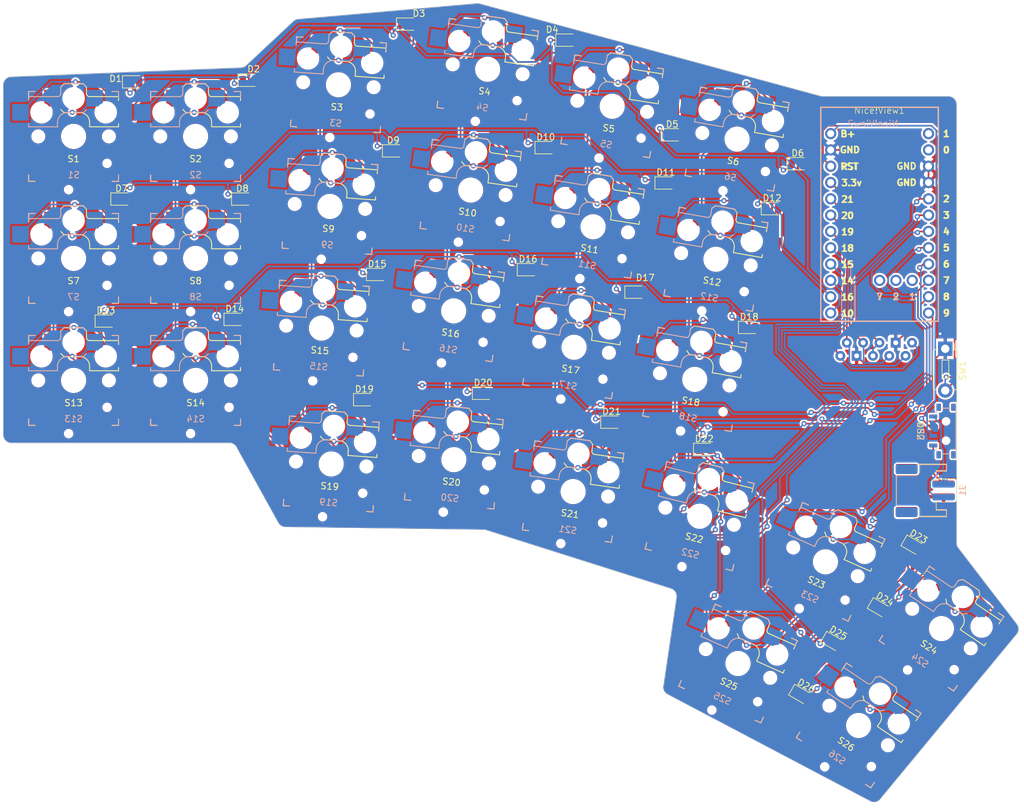
<source format=kicad_pcb>
(kicad_pcb (version 20240108) (generator "pcbnew") (generator_version "8.0")
  (title_block (title "simple_split") (rev "v1.0.0") (company "Unknown"))
  (layers (0 "F.Cu" signal) (31 "B.Cu" signal) (34 "B.Paste" user) (35 "F.Paste" user) (36 "B.SilkS" user "B.Silkscreen") (37 "F.SilkS" user "F.Silkscreen") (38 "B.Mask" user) (39 "F.Mask" user) (44 "Edge.Cuts" user))
  (net 0 "")
  (net 1 "Net-(D1-A)")
  (net 2 "Col_5")
  (net 3 "Net-(D2-A)")
  (net 4 "Net-(D3-A)")
  (net 5 "Net-(D4-A)")
  (net 6 "Net-(D5-A)")
  (net 7 "Net-(D6-A)")
  (net 8 "Net-(D7-A)")
  (net 9 "Net-(D8-A)")
  (net 10 "Net-(D9-A)")
  (net 11 "Net-(D10-A)")
  (net 12 "Net-(D11-A)")
  (net 13 "Net-(D12-A)")
  (net 14 "Row_3")
  (net 15 "Net-(D13-A)")
  (net 16 "Net-(D14-A)")
  (net 17 "Net-(D15-A)")
  (net 18 "Net-(D16-A)")
  (net 19 "Net-(D17-A)")
  (net 20 "Net-(D18-A)")
  (net 21 "Row_4")
  (net 22 "Net-(D19-A)")
  (net 23 "Net-(D20-A)")
  (net 24 "Net-(D21-A)")
  (net 25 "Net-(D22-A)")
  (net 26 "Net-(D23-A)")
  (net 27 "Net-(D24-A)")
  (net 28 "Net-(D25-A)")
  (net 29 "Row_5")
  (net 30 "Net-(D26-A)")
  (net 31 "Col_1")
  (net 32 "Col_2")
  (net 33 "Col_3")
  (net 34 "Col_4")
  (net 35 "Col_6")
  (net 36 "Col_7")
  (net 37 "Col_8")
  (net 38 "Net-(J1-Pin_1)")
  (net 39 "Net-(J2-Pin_1)")
  (net 40 "VCC")
  (net 41 "Row_1")
  (net 42 "Row_2")
  (net 43 "+BATT")
  (net 44 "GND")
  (net 45 "RESET")
  (net 46 "SCK")
  (net 49 "CS")
  (net 50 "MOSI")
  (footprint "Kailh Sockets:REVERSED_Kailh_socket_PG1350_reversible" (layer "F.Cu") (at 261.378278 134.322158 -9)
    (property "Reference" "S11")
    (property "Value" "Keyswitch")
  )
  (footprint "Diode_SMD:D_0805_2012Metric" (layer "F.Cu") (at 187.9375 130)
    (property "Reference" "D7")
    (property "Value" "Diode")
  )
  (footprint "Kailh Sockets:REVERSED_Kailh_socket_PG1350_reversible" (layer "F.Cu") (at 258.406023 153.088237 -9)
    (property "Reference" "S17")
    (property "Value" "Keyswitch")
  )
  (footprint "Diode_SMD:D_0805_2012Metric" (layer "F.Cu") (at 272.6875 127.5)
    (property "Reference" "D11")
    (property "Value" "Diode")
  )
  (footprint "Kailh Sockets:REVERSED_Kailh_socket_PG1350_reversible" (layer "F.Cu") (at 220.385315 131.15136 -4)
    (property "Reference" "S9")
    (property "Value" "Keyswitch")
  )
  (footprint "Diode_SMD:D_0805_2012Metric" (layer "F.Cu") (at 285.6875 150)
    (property "Reference" "D18")
    (property "Value" "Diode")
  )
  (footprint "Kailh Sockets:REVERSED_Kailh_socket_PG1350_reversible" (layer "F.Cu") (at 244.9518 109.791363 -8)
    (property "Reference" "S4")
    (property "Value" "Keyswitch")
  )
  (footprint "Kailh Sockets:REVERSED_Kailh_socket_PG1350_reversible" (layer "F.Cu") (at 283.802138 120.670785 -10)
    (property "Reference" "S6")
    (property "Value" "Keyswitch")
  )
  (footprint "Diode_SMD:D_0805_2012Metric" (layer "F.Cu") (at 207.75 111.5)
    (property "Reference" "D2")
    (property "Value" "Diode")
  )
  (footprint "Diode_SMD:D_0805_2012Metric" (layer "F.Cu") (at 185.5 149)
    (property "Reference" "D13")
    (property "Value" "Diode")
  )
  (footprint "Diode_SMD:D_0805_2012Metric" (layer "F.Cu") (at 227.75 141.75)
    (property "Reference" "D15")
    (property "Value" "Diode")
  )
  (footprint "Kicad Footprints:Nice!View" (layer "F.Cu") (at 305.97 153.68)
    (property "Reference" "Nice!View1")
    (property "Value" "~")
  )
  (footprint "Kailh Sockets:REVERSED_Kailh_socket_PG1350_reversible" (layer "F.Cu") (at 242.307511 128.606456 -8)
    (property "Reference" "S10")
    (property "Value" "Keyswitch")
  )
  (footprint "Diode_SMD:D_0805_2012Metric" (layer "F.Cu") (at 311.25 184 -30)
    (property "Reference" "D23")
    (property "Value" "Diode")
  )
  (footprint "Kailh Sockets:REVERSED_Kailh_socket_PG1350_reversible" (layer "F.Cu") (at 180.461365 120.246076)
    (property "Reference" "S1")
    (property "Value" "Keyswitch")
  )
  (footprint "Kailh Sockets:REVERSED_Kailh_socket_PG1350_reversible" (layer "F.Cu") (at 221.710688 112.197643 -4)
    (property "Reference" "S3")
    (property "Value" "Keyswitch")
  )
  (footprint "Kailh Sockets:REVERSED_Kailh_socket_PG1350_reversible" (layer "F.Cu") (at 180.461365 139.246076)
    (property "Reference" "S7")
    (property "Value" "Keyswitch")
  )
  (footprint "Kailh Sockets:REVERSED_Kailh_socket_PG1350_reversible" (layer "F.Cu") (at 277.966717 179.397324 -14)
    (property "Reference" "S22")
    (property "Value" "Keyswitch")
  )
  (footprint "Diode_SMD:D_0805_2012Metric" (layer "F.Cu") (at 254 122)
    (property "Reference" "D10")
    (property "Value" "Diode")
  )
  (footprint "Diode_SMD:D_0805_2012Metric" (layer "F.Cu") (at 268 144.5)
    (property "Reference" "D17")
    (property "Value" "Diode")
  )
  (footprint "Kailh Sockets:REVERSED_Kailh_socket_PG1350_reversible" (layer "F.Cu") (at 199.461365 139.246076)
    (property "Reference" "S8")
    (property "Value" "Keyswitch")
  )
  (footprint "Diode_SMD:D_0805_2012Metric" (layer "F.Cu") (at 293.75 207.25 -30)
    (property "Reference" "D26")
    (property "Value" "Diode")
  )
  (footprint "Diode_SMD:D_0805_2012Metric" (layer "F.Cu") (at 206.75 130)
    (property "Reference" "D8")
    (property "Value" "Diode")
  )
  (footprint "Kailh Sockets:REVERSED_Kailh_socket_PG1350_reversible" (layer "F.Cu") (at 239.680978 170.593437 -6)
    (property "Reference" "S20")
    (property "Value" "Keyswitch")
  )
  (footprint "Diode_SMD:D_0805_2012Metric" (layer "F.Cu") (at 205.5625 148.75)
    (property "Reference" "D14")
    (property "Value" "Diode")
  )
  (footprint "Kailh Sockets:REVERSED_Kailh_socket_PG1350_reversible" (layer "F.Cu") (at 283.950634 202.332423 -24)
    (property "Reference" "S25")
    (property "Value" "Keyswitch")
  )
  (footprint "ScottoKeebs_Components:Button_MJTP1243" (layer "F.Cu") (at 316.22 153.320001 -90)
    (property "Reference" "SW1")
    (property "Value" "Switch")
  )
  (footprint "Diode_SMD:D_0805_2012Metric" (layer "F.Cu") (at 289.25 131.5)
    (property "Reference" "D12")
    (property "Value" "Diode")
  )
  (footprint "Kailh Sockets:REVERSED_Kailh_socket_PG1350_reversible" (layer "F.Cu") (at 180.461365 158.246076)
    (property "Reference" "S13")
    (property "Value" "Keyswitch")
  )
  (footprint "Kailh Sockets:REVERSED_Kailh_socket_PG1350_reversible" (layer "F.Cu") (at 280.502823 139.382133 -10)
    (property "Reference" "S12")
    (property "Value" "Keyswitch")
  )
  (footprint "Diode_SMD:D_0805_2012Metric" (layer "F.Cu") (at 244.25 160.25)
    (property "Reference" "D20")
    (property "Value" "Diode")
  )
  (footprint "Kailh Sockets:REVERSED_Kailh_socket_PG1350_reversible" (layer "F.Cu") (at 220.587748 171.263192 -4)
    (property "Reference" "S19")
    (property "Value" "Keyswitch")
  )
  (footprint "Diode_SMD:D_0805_2012Metric" (layer "F.Cu") (at 232.4375 102.75)
    (property "Reference" "D3")
    (property "Value" "Diode")
  )
  (footprint "Diode_SMD:D_0805_2012Metric" (layer "F.Cu") (at 298.75 199 -30)
    (property "Reference" "D25")
    (property "Value" "Diode")
  )
  (footprint "Kailh Sockets:REVERSED_Kailh_socket_PG1350_reversible" (layer "F.Cu") (at 199.461365 120.246076)
    (property "Reference" "S2")
    (property "Value" "Keyswitch")
  )
  (footprint "Kailh Sockets:REVERSED_Kailh_socket_PG1350_reversible" (layer "F.Cu") (at 219.059942 150.105077 -4)
    (property "Reference" "S15")
    (property "Value" "Keyswitch")
  )
  (footprint "Diode_SMD:D_0805_2012Metric" (layer "F.Cu") (at 306 193.75 -30)
    (property "Reference" "D24")
    (property "Value" "Diode")
  )
  (footprint "Connector_JST:JST_PH_S2B-PH-SM4-TB_1x02-1MP_P2.00mm_Horizontal" (layer "F.Cu") (at 313.11 175.35 -90)
    (property "Reference" "J2")
    (property "Value" "2-Pin JST")
  )
  (footprint "ScottoKeebs_Components:Switch_MSK12C02" (layer "F.Cu") (at 316.35 166.13 -90)
    (property "Reference" "DS2")
    (property "Value" "SW_DIP_x01")
  )
  (footprint "Diode_SMD:D_0805_2012Metric" (layer "F.Cu") (at 257.25 105.25)
    (property "Reference" "D4")
    (property "Value" "Diode")
  )
  (footprint "Kailh Sockets:REVERSED_Kailh_socket_PG1350_reversible" (layer "F.Cu") (at 302.730736 211.988059 -34)
    (property "Reference" "S26")
    (property "Value" "Keyswitch")
  )
  (footprint "Kailh Sockets:REVERSED_Kailh_socket_PG1350_reversible" (layer "F.Cu") (at 258.263309 175.563043 -8)
    (property "Reference" "S21")
    (property "Value" "Keyswitch")
  )
  (footprint "Diode_SMD:D_0805_2012Metric" (layer "F.Cu") (at 189.75 111.75)
    (property "Reference" "D1")
    (property "Value" "Diode")
  )
  (footprint "Kailh Sockets:REVERSED_Kailh_socket_PG1350_reversible" (layer "F.Cu") (at 239.663222 147.421549 -8)
    (property "Reference" "S16")
    (property "Value" "Keyswitch")
  )
  (footprint "Diode_SMD:D_0805_2012Metric" (layer "F.Cu") (at 264.25 164.75)
    (property "Reference" "D21")
    (property "Value" "Diode")
  )
  (footprint "Kailh Sockets:REVERSED_Kailh_socket_PG1350_reversible" (layer "F.Cu") (at 277.203507 158.09348 -10)
    (property "Reference" "S18")
    (property "Value" "Keyswitch")
  )
  (footprint "Diode_SMD:D_0805_2012Metric" (layer "F.Cu") (at 225.75 161.25)
    (property "Reference" "D19")
    (property "Value" "Diode")
  )
  (footprint "Diode_SMD:D_0805_2012Metric" (layer "F.Cu") (at 273.6875 120)
    (property "Reference" "D5")
    (property "Value" "Diode")
  )
  (footprint "Diode_SMD:D_0805_2012Metric" (layer "F.Cu") (at 251.25 141)
    (property "Reference" "D16")
    (property "Value" "Diode")
  )
  (footprint "Kailh Sockets:REVERSED_Kailh_socket_PG1350_reversible" (layer "F.Cu") (at 199.461365 158.246076)
    (property "Reference" "S14")
    (property "Value" "Keyswitch")
  )
  (footprint "Kailh Sockets:REVERSED_Kailh_socket_PG1350_reversible" (layer "F.Cu") (at 297.566639 186.501934 -24)
    (property "Reference" "S23")
    (property "Value" "Keyswitch")
  )
  (footprint "Diode_SMD:D_0805_2012Metric" (layer "F.Cu") (at 278.6875 169)
    (property "Reference" "D22")
    (property "Value" "Diode")
  )
  (footprint "Diode_SMD:D_0805_2012Metric" (layer "F.Cu") (at 293.25 124.5)
    (property "Reference" "D6")
    (property "Value" "Diode")
  )
  (footprint "Kailh Sockets:REVERSED_Kailh_socket_PG1350_reversible" (layer "F.Cu") (at 264.350533 115.55608 -9)
    (property "Reference" "S5")
    (property "Value" "Keyswitch")
  )
  (footprint "Diode_SMD:D_0805_2012Metric" (layer "F.Cu") (at 230.25 122.5)
    (property "Reference" "D9")
    (property "Value" "Diode")
  )
  (footprint "Kailh Sockets:REVERSED_Kailh_socket_PG1350_reversible" (layer "F.Cu") (at 315.635092 196.9021 -34)
    (property "Reference" "S24")
    (property "Value" "Keyswitch")
  )
  (footprint "ScottoKeebs_MCU:Nice_Nano_V2" (layer "B.Cu") (at 306 133.5 180)
    (property "Reference" "MCU1" (hide yes))
    (property "Value" "Nice!Nano" (hide yes))
  )
  (footprint "Kicad Footprints:Nice!View" (layer "B.Cu") (at 304.96 155.72 180)
    (property "Reference" "Nice!View2")
    (property "Value" "~")
  )
  (footprint "Connector_JST:JST_PH_S2B-PH-SM4-TB_1x02-1MP_P2.00mm_Horizontal" (layer "B.Cu") (at 313.11 175.44 90)
    (property "Reference" "J1")
    (property "Value" "2-Pin JST")
  )
  (footprint "ScottoKeebs_Components:Switch_MSK12C02" (layer "B.Cu") (at 316.350003 166.13 90)
    (property "Reference" "DS1")
    (property "Value" "SW_DIP_x01")
  )
  (gr_arc (start 207.345135 109.176435) (mid 206.967071 109.421367) (end 206.527289 109.518908) (stroke (width 0.1)) (layer "Edge.Cuts"))
  (gr_line (start 205.856109 168.682541) (end 212.353042 180.415369) (stroke (width 0.05)) (layer "Edge.Cuts"))
  (gr_arc (start 297.169053 114) (mid 297.001478 113.988896) (end 296.836833 113.955777) (stroke (width 0.1)) (layer "Edge.Cuts"))
  (gr_line (start 213.446795 181.070027) (end 244.343192 181.490496) (stroke (width 0.05)) (layer "Edge.Cuts"))
  (gr_arc (start 318.290879 184.352116) (mid 318.074931 183.973053) (end 318 183.543277) (stroke (width 0.1)) (layer "Edge.Cuts"))
  (gr_line (start 318 115.27) (end 318 183.543277) (stroke (width 0.1)) (layer "Edge.Cuts"))
  (gr_arc (start 327.381363 196.194113) (mid 327.643687 196.992856) (end 327.349601 197.780478) (stroke (width 0.1)) (layer "Edge.Cuts"))
  (gr_line (start 304.537131 223.768864) (end 272.985818 207.139443) (stroke (width 0.05)) (layer "Edge.Cuts"))
  (gr_line (start 318.290879 184.352116) (end 327.381363 196.194113) (stroke (width 0.1)) (layer "Edge.Cuts"))
  (gr_arc (start 306.107797 223.454937) (mid 305.378196 223.890734) (end 304.537131 223.768864) (stroke (width 0.05)) (layer "Edge.Cuts"))
  (gr_arc (start 244.343192 181.490496) (mid 244.498231 181.509523) (end 244.649765 181.547426) (stroke (width 0.1)) (layer "Edge.Cuts"))
  (gr_line (start 297.169053 114) (end 316.73 114) (stroke (width 0.1)) (layer "Edge.Cuts"))
  (gr_line (start 272.321641 205.830096) (end 274.359101 192.056746) (stroke (width 0.1)) (layer "Edge.Cuts"))
  (gr_arc (start 243.2749 99.519746) (mid 243.498236 99.519868) (end 243.718097 99.55911) (stroke (width 0.1)) (layer "Edge.Cuts"))
  (gr_line (start 204.730146 168) (end 170.77 168) (stroke (width 0.1)) (layer "Edge.Cuts"))
  (gr_arc (start 316.73 114) (mid 317.628026 114.371974) (end 318 115.27) (stroke (width 0.1)) (layer "Edge.Cuts"))
  (gr_line (start 207.345135 109.176435) (end 214.679716 102.300266) (stroke (width 0.1)) (layer "Edge.Cuts"))
  (gr_line (start 243.718097 99.55911) (end 296.836833 113.955777) (stroke (width 0.1)) (layer "Edge.Cuts"))
  (gr_arc (start 214.679716 102.300266) (mid 215.030093 102.067332) (end 215.437344 101.961637) (stroke (width 0.1)) (layer "Edge.Cuts"))
  (gr_line (start 215.437344 101.961637) (end 243.2749 99.519746) (stroke (width 0.1)) (layer "Edge.Cuts"))
  (gr_arc (start 170.77 168) (mid 169.871974 167.628026) (end 169.5 166.73) (stroke (width 0.1)) (layer "Edge.Cuts"))
  (gr_arc (start 213.446795 181.070027) (mid 212.811838 180.889856) (end 212.353042 180.415369) (stroke (width 0.05)) (layer "Edge.Cuts"))
  (gr_arc (start 272.985818 207.139443) (mid 272.445355 206.590469) (end 272.321641 205.830096) (stroke (width 0.05)) (layer "Edge.Cuts"))
  (gr_arc (start 169.5 112.220216) (mid 169.854198 111.340309) (end 170.719241 110.95123) (stroke (width 0.1)) (layer "Edge.Cuts"))
  (gr_line (start 273.483643 190.678154) (end 244.649765 181.547426) (stroke (width 0.1)) (layer "Edge.Cuts"))
  (gr_line (start 170.719241 110.95123) (end 206.527289 109.518908) (stroke (width 0.1)) (layer "Edge.Cuts"))
  (gr_arc (start 204.730146 168) (mid 205.38847 168.183976) (end 205.856109 168.682541) (stroke (width 0.1)) (layer "Edge.Cuts"))
  (gr_arc (start 273.483643 190.678154) (mid 274.172334 191.208079) (end 274.359101 192.056746) (stroke (width 0.1)) (layer "Edge.Cuts"))
  (gr_line (start 327.349601 197.780478) (end 306.107797 223.454937) (stroke (width 0.1)) (layer "Edge.Cuts"))
  (gr_line (start 169.5 166.73) (end 169.5 112.220216) (stroke (width 0.1)) (layer "Edge.Cuts"))
  (segment (start 183.990289 111.75) (end 180.75 111.75) (width 0.25) (layer "F.Cu") (net 1))
  (segment (start 188.736365 116.496076) (end 183.990289 111.75) (width 0.25) (layer "F.Cu") (net 1))
  (segment (start 190.6875 114.544941) (end 188.736365 116.496076) (width 0.25) (layer "F.Cu") (net 1))
  (segment (start 190.6875 111.75) (end 190.6875 114.544941) (width 0.25) (layer "F.Cu") (net 1))
  (via (at 180.75 111.75) (size 0.8) (drill 0.4) (layers "F.Cu" "B.Cu") (net 1))
  (segment (start 180.75 111.75) (end 176.932441 111.75) (width 0.25) (layer "B.Cu") (net 1))
  (segment (start 176.932441 111.75) (end 172.186365 116.496076) (width 0.25) (layer "B.Cu") (net 1))
  (segment (start 255.47264 168.839535) (end 255.47264 149.835454) (width 0.25) (layer "F.Cu") (net 2))
  (segment (start 261.891295 130.75) (end 262 130.75) (width 0.25) (layer "F.Cu") (net 2))
  (segment (start 262.046639 111.673808) (end 260.5 113.220447) (width 0.25) (layer "F.Cu") (net 2))
  (segment (start 255.848261 169.215156) (end 255.47264 168.839535) (width 0.25) (layer "F.Cu") (net 2))
  (segment (start 259.074384 141.403817) (end 256.102128 144.376073) (width 0.25) (layer "F.Cu") (net 2))
  (segment (start 255.848261 169.215156) (end 258.451979 171.818874) (width 0.25) (layer "F.Cu") (net 2))
  (segment (start 312.25 140.68) (end 312.8 140.13) (width 0.25) (layer "F.Cu") (net 2))
  (segment (start 296.496109 163.233891) (end 297.205 162.525) (width 0.25) (layer "F.Cu") (net 2))
  (segment (start 312.8 140.13) (end 313.62 140.13) (width 0.25) (layer "F.Cu") (net 2))
  (segment (start 255.47264 149.835454) (end 256.102128 149.205966) (width 0.25) (layer "F.Cu") (net 2))
  (segment (start 295.354406 163.233891) (end 296.496109 163.233891) (width 0.25) (layer "F.Cu") (net 2))
  (segment (start 259.074384 127.933089) (end 261.891295 130.75) (width 0.25) (layer "F.Cu") (net 2))
  (segment (start 304.165 162.525) (end 305.19 163.55) (width 0.25) (layer "F.Cu") (net 2))
  (segment (start 258.90296 149.5) (end 259.25 149.5) (width 0.25) (layer "F.Cu") (net 2))
  (segment (start 255.848261 169.215156) (end 255.848261 167.90238) (width 0.25) (layer "F.Cu") (net 2))
  (segment (start 256.102128 146.699168) (end 258.90296 149.5) (width 0.25) (layer "F.Cu") (net 2))
  (segment (start 260.5 113.220447) (end 260.5 126.507473) (width 0.25) (layer "F.Cu") (net 2))
  (segment (start 258.451979 171.818874) (end 258.996972 171.818874) (width 0.25) (layer "F.Cu") (net 2))
  (segment (start 260.5 126.507473) (end 259.074384 127.933089) (width 0.25) (layer "F.Cu") (net 2))
  (segment (start 297.205 162.525) (end 304.165 162.525) (width 0.25) (layer "F.Cu") (net 2))
  (segment (start 255.848261 167.90238) (end 261.750641 162) (width 0.25) (layer "F.Cu") (net 2))
  (segment (start 264.708716 111.829089) (end 265.248804 111.829089) (width 0.25) (layer "F.Cu") (net 2))
  (segment (start 256.102128 144.376073) (end 256.102128 146.699168) (width 0.25) (layer "F.Cu") (net 2))
  (segment (start 256.102128 149.205966) (end 256.102128 146.699168) (width 0.25) (layer "F.Cu") (net 2))
  (segment (start 261.750641 162) (end 262.5 162) (width 0.25) (layer "F.Cu") (net 2))
  (segment (start 262.046639 109.167012) (end 262.046639 111.673808) (width 0.25) (layer "F.Cu") (net 2))
  (segment (start 262.046639 109.167012) (end 264.708716 111.829089) (width 0.25) (layer "F.Cu") (net 2))
  (segment (start 259.074384 127.933089) (end 259.074384 141.403817) (width 0.25) (layer "F.Cu") (net 2))
  (via (at 312.25 140.68) (size 0.8) (drill 0.4) (layers "F.Cu" "B.Cu") (net 2))
  (via (at 295.354406 163.233891) (size 0.8) (drill 0.4) (layers "F.Cu" "B.Cu") (net 2))
  (via (at 262.5 162) (size 0.8) (drill 0.4) (layers "F.Cu" "B.Cu") (net 2))
  (via (at 265.248804 111.829089) (size 0.8) (drill 0.4) (layers "F.Cu" "B.Cu") (net 2))
  (via (at 262 130.75) (size 0.8) (drill 0.4) (layers "F.Cu" "B.Cu") (net 2))
  (via (at 258.996972 171.818874) (size 0.8) (drill 0.4) (layers "F.Cu" "B.Cu") (net 2))
  (via (at 259.25 149.5) (size 0.8) (drill 0.4) (layers "F.Cu" "B.Cu") (net 2))
  (via (at 305.19 163.55) (size 0.8) (drill 0.4) (layers "F.Cu" "B.Cu") (net 2))
  (segment (start 283.189555 163.48) (end 281.709555 162) (width 0.25) (layer "B.Cu") (net 2))
  (segment (start 295.354406 163.233891) (end 295.108297 163.48) (width 0.25) (layer "B.Cu") (net 2))
  (segment (start 281.709555 162) (end 262.5 162) (width 0.25) (layer "B.Cu") (net 2))
  (segment (start 314.22 157.36) (end 314.22 150.048895) (width 0.25) (layer "B.Cu") (net 2))
  (segment (start 312.4187 148.247595) (end 312.4187 140.8487) (width 0.25) (layer "B.Cu") (net 2))
  (segment (start 260.642383 171.818874) (end 262.334517 170.12674) (width 0.25) (layer "B.Cu") (net 2))
  (segment (start 295.108297 163.48) (end 283.189555 163.48) (width 0.25) (layer "B.Cu") (net 2))
  (segment (start 266.878565 111.829089) (end 268.515997 110.191657) (width 0.25) (layer "B.Cu") (net 2))
  (segment (start 305.19 163.55) (end 308.03 163.55) (width 0.25) (layer "B.Cu") (net 2))
  (segment (start 308.03 163.55) (end 314.22 157.36) (width 0.25) (layer "B.Cu") (net 2))
  (segment (start 260.795302 149.5) (end 262.571487 147.723815) (width 0.25) (layer "B.Cu") (net 2))
  (segment (start 314.22 150.048895) (end 312.4187 148.247595) (width 0.25) (layer "B.Cu") (net 2))
  (segment (start 262 130.75) (end 263.751478 130.75) (width 0.25) (layer "B.Cu") (net 2))
  (segment (start 263.751478 130.75) (end 265.543743 128.957735) (width 0.25) (layer "B.Cu") (net 2))
  (segment (start 312.4187 140.8487) (end 312.25 140.68) (width 0.25) (layer "B.Cu") (net 2))
  (segment (start 259.25 149.5) (end 260.795302 149.5) (width 0.25) (layer "B.Cu") (net 2))
  (segment (start 258.996972 171.818874) (end 260.642383 171.818874) (width 0.25) (layer "B.Cu") (net 2))
  (segment (start 265.248804 111.829089) (end 266.878565 111.829089) (width 0.25) (layer "B.Cu") (net 2))
  (segment (start 208.6875 111.5) (end 208.6875 115.544941) (width 0.25) (layer "F.Cu") (net 3))
  (segment (start 202.990289 111.75) (end 199.25 111.75) (width 0.25) (layer "F.Cu") (net 3))
  (segment (start 207.736365 116.496076) (end 202.990289 111.75) (width 0.25) (layer "F.Cu") (net 3))
  (segment (start 208.6875 115.544941) (end 207.736365 116.496076) (width 0.25) (layer "F.Cu") (net 3))
  (via (at 199.25 111.75) (size 0.8) (drill 0.4) (layers "F.Cu" "B.Cu") (net 3))
  (segment (start 199.25 111.75) (end 195.932441 111.75) (width 0.25) (layer "B.Cu") (net 3))
  (segment (start 195.932441 111.75) (end 191.186365 116.496076) (width 0.25) (layer "B.Cu") (net 3))
  (segment (start 233.375 102.75) (end 233.375 105.88613) (width 0.25) (layer "F.Cu") (net 4))
  (segment (start 230.227117 109.034013) (end 224.943104 103.75) (width 0.25) (layer "F.Cu") (net 4))
  (segment (start 224.943104 103.75) (end 222 103.75) (width 0.25) (layer "F.Cu") (net 4))
  (segment (start 233.375 105.88613) (end 230.227117 109.034013) (width 0.25) (layer "F.Cu") (net 4))
  (via (at 222 103.75) (size 0.8) (drill 0.4) (layers "F.Cu" "B.Cu") (net 4))
  (segment (start 217.846975 103.75) (end 213.717432 107.879543) (width 0.25) (layer "B.Cu") (net 4))
  (segment (start 222 103.75) (end 217.846975 103.75) (width 0.25) (layer "B.Cu") (net 4))
  (segment (start 246.5 101.75) (end 247.75 103) (width 0.25) (layer "F.Cu") (net 5))
  (segment (start 244.5 101.75) (end 246.5 101.75) (width 0.25) (layer "F.Cu") (net 5))
  (segment (start 247.75 103) (end 247.75 106.750334) (width 0.25) (layer "F.Cu") (net 5))
  (segment (start 247.75 106.750334) (end 249.648389 108.648723) (width 0.25) (layer "F.Cu") (net 5))
  (segment (start 256.207985 107.229515) (end 253.668167 107.229515) (width 0.25) (layer "F.Cu") (net 5))
  (segment (start 252.248959 108.648723) (end 253.668167 107.229515) (width 0.25) (layer "F.Cu") (net 5))
  (segment (start 258.1875 105.25) (end 256.207985 107.229515) (width 0.25) (layer "F.Cu") (net 5))
  (segment (start 249.648389 108.648723) (end 252.248959 108.648723) (width 0.25) (layer "F.Cu") (net 5))
  (via (at 244.5 101.75) (size 0.8) (drill 0.4) (layers "F.Cu" "B.Cu") (net 5))
  (segment (start 244.5 101.75) (end 244.25 101.5) (width 0.25) (layer "B.Cu") (net 5))
  (segment (start 244.25 101.5) (end 240.705431 101.5) (width 0.25) (layer "B.Cu") (net 5))
  (segment (start 240.705431 101.5) (end 237.279231 104.9262) (width 0.25) (layer "B.Cu") (net 5))
  (segment (start 273.110283 113.146744) (end 266.713539 106.75) (width 0.25) (layer "F.Cu") (net 6))
  (segment (start 274.625 114.661461) (end 273.110283 113.146744) (width 0.25) (layer "F.Cu") (net 6))
  (segment (start 274.625 120) (end 274.625 114.661461) (width 0.25) (layer "F.Cu") (net 6))
  (segment (start 266.713539 106.75) (end 265.5 106.75) (width 0.25) (layer "F.Cu") (net 6))
  (via (at 265.5 106.75) (size 0.8) (drill 0.4) (layers "F.Cu" "B.Cu") (net 6))
  (segment (start 260.571795 106.75) (end 256.764041 110.557754) (width 0.25) (layer "B.Cu") (net 6))
  (segment (start 265.5 106.75) (end 260.571795 106.75) (width 0.25) (layer "B.Cu") (net 6))
  (segment (start 292.602603 118.414695) (end 286.187908 112) (width 0.25) (layer "F.Cu") (net 7))
  (segment (start 294.1875 124.5) (end 294.1875 119.999592) (width 0.25) (layer "F.Cu") (net 7))
  (segment (start 294.1875 119.999592) (end 292.602603 118.414695) (width 0.25) (layer "F.Cu") (net 7))
  (segment (start 286.187908 112) (end 285.25 112) (width 0.25) (layer "F.Cu") (net 7))
  (via (at 285.25 112) (size 0.8) (drill 0.4) (layers "F.Cu" "B.Cu") (net 7))
  (segment (start 285.25 112) (end 284.75 112.5) (width 0.25) (layer "B.Cu") (net 7))
  (segment (start 279.344852 112.5) (end 276.304035 115.540817) (width 0.25) (layer "B.Cu") (net 7))
  (segment (start 284.75 112.5) (end 279.344852 112.5) (width 0.25) (layer "B.Cu") (net 7))
  (segment (start 184.08384 130.843551) (end 180.634667 130.843551) (width 0.25) (layer "F.Cu") (net 8))
  (segment (start 188.875 130) (end 188.875 135.357441) (width 0.25) (layer "F.Cu") (net 8))
  (segment (start 188.736365 135.496076) (end 184.08384 130.843551) (width 0.25) (layer "F.Cu") (net 8))
  (segment (start 188.875 135.357441) (end 188.736365 135.496076) (width 0.25) (layer "F.Cu") (net 8))
  (via (at 180.634667 130.843551) (size 0.8) (drill 0.4) (layers "F.Cu" "B.Cu") (net 8))
  (segment (start 180.634667 130.843551) (end 176.83889 130.843551) (width 0.25) (layer "B.Cu") (net 8))
  (segment (start 176.83889 130.843551) (end 172.186365 135.496076) (width 0.25) (layer "B.Cu") (net 8))
  (segment (start 207.6875 130) (end 207.6875 135.447211) (width 0.25) (layer "F.Cu") (net 9))
  (segment (start 207.6875 135.447211) (end 207.736365 135.496076) (width 0.25) (layer "F.Cu") (net 9))
  (segment (start 202.990289 130.75) (end 199.25 130.75) (width 0.25) (layer "F.Cu") (net 9))
  (segment (start 207.736365 135.496076) (end 202.990289 130.75) (width 0.25) (layer "F.Cu") (net 9))
  (via (at 199.25 130.75) (size 0.8) (drill 0.4) (layers "F.Cu" "B.Cu") (net 9))
  (segment (start 195.932441 130.75) (end 191.186365 135.496076) (width 0.25) (layer "B.Cu") (net 9))
  (segment (start 199.25 130.75) (end 195.932441 130.75) (width 0.25) (layer "B.Cu") (net 9))
  (segment (start 231.1875 125.701974) (end 228.901744 127.98773) (width 0.25) (layer "F.Cu") (net 10))
  (segment (start 228.901744 127.98773) (end 223.664014 122.75) (width 0.25) (layer "F.Cu") (net 10))
  (segment (start 231.1875 122.5) (end 231.1875 125.701974) (width 0.25) (layer "F.Cu") (net 10))
  (segment (start 223.664014 122.75) (end 220.75 122.75) (width 0.25) (layer "F.Cu") (net 10))
  (via (at 220.75 122.75) (size 0.8) (drill 0.4) (layers "F.Cu" "B.Cu") (net 10))
  (segment (start 220.75 122.75) (end 216.475319 122.75) (width 0.25) (layer "B.Cu") (net 10))
  (segment (start 216.475319 122.75) (end 212.392059 126.83326) (width 0.25) (layer "B.Cu") (net 10))
  (segment (start 251.023878 126.044608) (end 244.97927 120) (width 0.25) (layer "F.Cu") (net 11))
  (segment (start 244.97927 120) (end 242.75 120) (width 0.25) (layer "F.Cu") (net 11))
  (segment (start 251.023878 125.913622) (end 254.9375 122) (width 0.25) (layer "F.Cu") (net 11))
  (segment (start 251.023878 126.044608) (end 251.023878 125.913622) (width 0.25) (layer "F.Cu") (net 11))
  (via (at 242.75 120) (size 0.8) (drill 0.4) (layers "F.Cu" "B.Cu") (net 11))
  (segment (start 242.75 120) (end 238.376235 120) (width 0.25) (layer "B.Cu") (net 11))
  (segment (start 238.376235 120) (end 234.634942 123.741293) (width 0.25) (layer "B.Cu") (net 11))
  (segment (start 263.725206 125.5) (end 262 125.5) (width 0.25) (layer "F.Cu") (net 12))
  (segment (start 273.625 128.42585) (end 273.625 127.5) (width 0.25) (layer "F.Cu") (net 12))
  (segment (start 270.138028 131.912822) (end 263.725206 125.5) (width 0.25) (layer "F.Cu") (net 12))
  (segment (start 270.138028 131.912822) (end 273.625 128.42585) (width 0.25) (layer "F.Cu") (net 12))
  (via (at 262 125.5) (size 0.8) (drill 0.4) (layers "F.Cu" "B.Cu") (net 12))
  (segment (start 257.615617 125.5) (end 253.791786 129.323831) (width 0.25) (layer "B.Cu") (net 12))
  (segment (start 262 125.5) (end 257.615617 125.5) (width 0.25) (layer "B.Cu") (net 12))
  (segment (start 290.1875 136.241831) (end 289.303288 137.126043) (width 0.25) (layer "F.Cu") (net 13))
  (segment (start 289.303288 137.126043) (end 289.303288 135.805988) (width 0.25) (layer "F.Cu") (net 13))
  (segment (start 283.7473 130.25) (end 281.75 130.25) (width 0.25) (layer "F.Cu") (net 13))
  (segment (start 289.303288 135.805988) (end 283.7473 130.25) (width 0.25) (layer "F.Cu") (net 13))
  (segment (start 290.1875 131.5) (end 290.1875 136.241831) (width 0.25) (layer "F.Cu") (net 13))
  (via (at 281.75 130.25) (size 0.8) (drill 0.4) (layers "F.Cu" "B.Cu") (net 13))
  (segment (start 281.75 130.25) (end 277.006885 130.25) (width 0.25) (layer "B.Cu") (net 13))
  (segment (start 277.006885 130.25) (end 273.00472 134.252165) (width 0.25) (layer "B.Cu") (net 13))
  (segment (start 265.5 144.5) (end 265 144) (width 0.25) (layer "F.Cu") (net 14))
  (segment (start 225.75 141.75) (end 225.5 141.5) (width 0.25) (layer "F.Cu") (net 14))
  (segment (start 250.3125 141) (end 250 141) (width 0.25) (layer "F.Cu") (net 14))
  (segment (start 284.75 150) (end 283 148.25) (width 0.25) (layer "F.Cu") (net 14))
  (segment (start 267.0625 144.5) (end 265.5 144.5) (width 0.25) (layer "F.Cu") (net 14))
  (segment (start 250 141) (end 248.75 139.75) (width 0.25) (layer "F.Cu") (net 14))
  (segment (start 184.5625 147.9375) (end 185.25 147.25) (width 0.25) (layer "F.Cu") (net 14))
  (segment (start 226.8125 141.75) (end 225.75 141.75) (width 0.25) (layer "F.Cu") (net 14))
  (segment (start 204.625 148.75) (end 203.25 148.75) (width 0.25) (layer "F.Cu") (net 14))
  (segment (start 203.25 148.75) (end 202.75 148.25) (width 0.25) (layer "F.Cu") (net 14))
  (segment (start 184.5625 149) (end 184.5625 147.9375) (width 0.25) (layer "F.Cu") (net 14))
  (via (at 185.25 147.25) (size 0.8) (drill 0.4) (layers "F.Cu" "B.Cu") (net 14))
  (via (at 265 144) (size 0.8) (drill 0.4) (layers "F.Cu" "B.Cu") (net 14))
  (via (at 202.75 148.25) (size 0.8) (drill 0.4) (layers "F.Cu" "B.Cu") (net 14))
  (via (at 248.75 139.75) (size 0.8) (drill 0.4) (layers "F.Cu" "B.Cu") (net 14))
  (via (at 283 148.25) (size 0.8) (drill 0.4) (layers "F.Cu" "B.Cu") (net 14))
  (via (at 225.5 141.5) (size 0.8) (drill 0.4) (layers "F.Cu" "B.Cu") (net 14))
  (segment (start 248.25 138.275) (end 249.525 138.275) (width 0.25) (layer "B.Cu") (net 14))
  (segment (start 185.25 147.25) (end 185.829224 146.670776) (width 0.25) (layer "B.Cu") (net 14))
  (segment (start 298.768895 149.06) (end 300.2 147.628895) (width 0.25) (layer "B.Cu") (net 14))
  (segment (start 300.2 144.49) (end 298.38 142.67) (width 0.25) (layer "B.Cu") (net 14))
  (segment (start 269.25 142.75) (end 272.25 145.75) (width 0.25) (layer "B.Cu") (net 14))
  (segment (start 248.75 138.775) (end 248.25 138.275) (width 0.25) (layer "B.Cu") (net 14))
  (segment (start 283 147.25) (end 283.375 146.875) (width 0.25) (layer "B.Cu") (net 14))
  (segment (start 272.25 145.75) (end 282.25 145.75) (width 0.25) (layer "B.Cu") (net 14))
  (segment (start 264.75 142.75) (end 269.25 142.75) (width 0.25) (layer "B.Cu") (net 14))
  (segment (start 250 138.75) (end 259.75 138.75) (width 0.25) (layer "B.Cu") (net 14))
  (segment (start 285.56 149.06) (end 298.768895 149.06) (width 0.25) (layer "B.Cu") (net 14))
  (segment (start 283.375 146.875) (end 285.56 149.06) (width 0.25) (layer "B.Cu") (net 14))
  (segment (start 259.75 138.75) (end 263.75 142.75) (width 0.25) (layer "B.Cu") (net 14))
  (segment (start 265 144) (end 265 143) (width 0.25) (layer "B.Cu") (net 14))
  (segment (start 225.25 140.5) (end 227.475 138.275) (width 0.25) (layer "B.Cu") (net 14))
  (segment (start 202.5 146.670776) (end 204.579224 146.670776) (width 0.25) (layer "B.Cu") (net 14))
  (segment (start 225 140.5) (end 225.25 140.5) (width 0.25) (layer "B.Cu") (net 14))
  (segment (start 225.5 141.5) (end 225 141) (width 0.25) (layer "B.Cu") (net 14))
  (segment (start 249.525 138.275) (end 250 138.75) (width 0.25) (layer "B.Cu") (net 14))
  (segment (start 185.829224 146.670776) (end 202.5 146.670776) (width 0.25) (layer "B.Cu") (net 14))
  (segment (start 225 141) (end 225 140.5) (width 0.25) (layer "B.Cu") (net 14))
  (segment (start 202.75 146.920776) (end 202.5 146.670776) (width 0.25) (layer "B.Cu") (net 14))
  (segment (start 227.475 138.275) (end 248.25 138.275) (width 0.25) (layer "B.Cu") (net 14))
  (segment (start 300.2 147.628895) (end 300.2 144.49) (width 0.25) (layer "B.Cu") (net 14))
  (segment (start 263.75 142.75) (end 264.75 142.75) (width 0.25) (layer "B.Cu") (net 14))
  (segment (start 282.25 145.75) (end 283.375 146.875) (width 0.25) (layer "B.Cu") (net 14))
  (segment (start 210.75 140.5) (end 225 140.5) (width 0.25) (layer "B.Cu") (net 14))
  (segment (start 283 148.25) (end 283 147.25) (width 0.25) (layer "B.Cu") (net 14))
  (segment (start 248.75 139.75) (end 248.75 138.775) (width 0.25) (layer "B.Cu") (net 14))
  (segment (start 265 143) (end 264.75 142.75) (width 0.25) (layer "B.Cu") (net 14))
  (segment (start 204.579224 146.670776) (end 210.75 140.5) (width 0.25) (layer "B.Cu") (net 14))
  (segment (start 202.75 148.25) (end 202.75 146.920776) (width 0.25) (layer "B.Cu") (net 14))
  (segment (start 183.616939 150) (end 180.5 150) (width 0.25) (layer "F.Cu") (net 15))
  (segment (start 186.4375 149) (end 184.80847 150.62903) (width 0.25) (layer "F.Cu") (net 15))
  (segment (start 184.80847 151.19153) (end 183.616939 150) (width 0.25) (layer "F.Cu") (net 15))
  (segment (start 188.736365 154.496076) (end 188.113015 154.496076) (width 0.25) (layer "F.Cu") (net 15))
  (segment (start 184.80847 150.62903) (end 184.80847 151.19153) (width 0.25) (layer "F.Cu") (net 15))
  (segment (start 188.113015 154.496076) (end 184.80847 151.19153) (width 0.25) (layer "F.Cu") (net 15))
  (via (at 180.5 150) (size 0.8) (drill 0.4) (layers "F.Cu" "B.Cu") (net 15))
  (segment (start 180.5 150) (end 176.682442 150) (width 0.25) (layer "B.Cu") (net 15))
  (segment (start 176.682442 150) (end 172.186365 154.496077) (width 0.25) (layer "B.Cu") (net 15))
  (segment (start 206.5 150) (end 204.870144 151.629856) (width 0.25) (layer "F.Cu") (net 16))
  (segment (start 206.5 148.75) (end 206.5 150) (width 0.25) (layer "F.Cu") (net 16))
  (segment (start 204.870144 151.629856) (end 202.740289 149.5) (width 0.25) (layer "F.Cu") (net 16))
  (segment (start 207.736365 154.496076) (end 204.870144 151.629856) (width 0.25) (layer "F.Cu") (net 16))
  (segment (start 202.740289 149.5) (end 199 149.5) (width 0.25) (layer "F.Cu") (net 16))
  (via (at 199 149.5) (size 0.8) (drill 0.4) (layers "F.Cu" "B.Cu") (net 16))
  (segment (start 199 149.5) (end 196.182443 149.5) (width 0.25) (layer "B.Cu") (net 16))
  (segment (start 196.182443 149.5) (end 191.186365 154.496078) (width 0.25) (layer "B.Cu") (net 16))
  (segment (start 228.6875 145.830318) (end 227.576371 146.941447) (width 0.25) (layer "F.Cu") (net 17))
  (segment (start 228.6875 141.75) (end 228.6875 145.830318) (width 0.25) (layer "F.Cu") (net 17))
  (segment (start 222.634924 142) (end 219 142) (width 0.25) (layer "F.Cu") (net 17))
  (segment (start 227.576371 146.941447) (end 222.634924 142) (width 0.25) (layer "F.Cu") (net 17))
  (via (at 219 142) (size 0.8) (drill 0.4) (layers "F.Cu" "B.Cu") (net 17))
  (segment (start 219 142) (end 214.853664 142) (width 0.25) (layer "B.Cu") (net 17))
  (segment (start 214.853664 142) (end 211.066686 145.786978) (width 0.25) (layer "B.Cu") (net 17))
  (segment (start 248.37959 144.80791) (end 248.37959 144.859702) (width 0.25) (layer "F.Cu") (net 18))
  (segment (start 242.519888 139) (end 240.5 139) (width 0.25) (layer "F.Cu") (net 18))
  (segment (start 248.37959 144.859702) (end 242.519888 139) (width 0.25) (layer "F.Cu") (net 18))
  (segment (start 252.1875 141) (end 248.37959 144.80791) (width 0.25) (layer "F.Cu") (net 18))
  (via (at 240.5 139) (size 0.8) (drill 0.4) (layers "F.Cu" "B.Cu") (net 18))
  (segment (start 240.5 139) (end 235.547039 139) (width 0.25) (layer "B.Cu") (net 18))
  (segment (start 235.547039 139) (end 231.990653 142.556386) (width 0.25) (layer "B.Cu") (net 18))
  (segment (start 267.165772 150.6789) (end 260.736872 144.25) (width 0.25) (layer "F.Cu") (net 19))
  (segment (start 260.736872 144.25) (end 259.5 144.25) (width 0.25) (layer "F.Cu") (net 19))
  (segment (start 268.9375 144.5) (end 268.9375 148.907172) (width 0.25) (layer "F.Cu") (net 19))
  (segment (start 268.9375 148.907172) (end 267.165772 150.6789) (width 0.25) (layer "F.Cu") (net 19))
  (via (at 259.5 144.25) (size 0.8) (drill 0.4) (layers "F.Cu" "B.Cu") (net 19))
  (segment (start 254.659442 144.25) (end 250.819532 148.08991) (width 0.25) (layer "B.Cu") (net 19))
  (segment (start 259.5 144.25) (end 254.659442 144.25) (width 0.25) (layer "B.Cu") (net 19))
  (segment (start 278.916582 148.75) (end 278.5 148.75) (width 0.25) (layer "F.Cu") (net 20))
  (segment (start 286.625 155.216362) (end 286.003972 155.83739) (width 0.25) (layer "F.Cu") (net 20))
  (segment (start 286.625 150) (end 286.625 155.216362) (width 0.25) (layer "F.Cu") (net 20))
  (segment (start 286.003972 155.83739) (end 278.916582 148.75) (width 0.25) (layer "F.Cu") (net 20))
  (via (at 278.5 148.75) (size 0.8) (drill 0.4) (layers "F.Cu" "B.Cu") (net 20))
  (segment (start 278.5 148.75) (end 278 149.25) (width 0.25) (layer "B.Cu") (net 20))
  (segment (start 273.418916 149.25) (end 269.705403 152.963513) (width 0.25) (layer "B.Cu") (net 20))
  (segment (start 278 149.25) (end 273.418916 149.25) (width 0.25) (layer "B.Cu") (net 20))
  (segment (start 279.813817 192.186183) (end 279.033169 192.186183) (width 0.25) (layer "F.Cu") (net 21))
  (segment (start 279.033169 192.186183) (end 279.033169 198.283169) (width 0.25) (layer "F.Cu") (net 21))
  (segment (start 281.861134 201.111134) (end 281.861134 203.197922) (width 0.25) (layer "F.Cu") (net 21))
  (segment (start 287.389002 200.943283) (end 293.582285 194.75) (width 0.25) (layer "F.Cu") (net 21))
  (segment (start 305.188102 193.28125) (end 310.438102 188.03125) (width 0.25) (layer "F.Cu") (net 21))
  (segment (start 262.8125 164.25) (end 263.3125 164.75) (width 0.25) (layer "F.Cu") (net 21))
  (segment (start 224.8125 161.25) (end 227.0625 159) (width 0.25) (layer "F.Cu") (net 21))
  (segment (start 281.861134 203.197922) (end 283.085135 204.421923) (width 0.25) (layer "F.Cu") (net 21))
  (segment (start 278.5 166.5) (end 277.75 167.25) (width 0.25) (layer "F.Cu") (net 21))
  (segment (start 227.0625 159) (end 234.75 159) (width 0.25) (layer "F.Cu") (net 21))
  (segment (start 303.719352 194.75) (end 305.188102 193.28125) (width 0.25) (layer "F.Cu") (net 21))
  (segment (start 241.75 160) (end 243.0625 160) (width 0.25) (layer "F.Cu") (net 21))
  (segment (start 283.085135 204.421923) (end 287.389002 204.421923) (width 0.25) (layer "F.Cu") (net 21))
  (segment (start 281.281152 172.531152) (end 281.281152 180.218848) (width 0.25) (layer "F.Cu") (net 21))
  (segment (start 281.281152 180.218848) (end 281.25 180.25) (width 0.25) (layer "F.Cu") (net 21))
  (segment (start 261.75 164.25) (end 262.8125 164.25) (width 0.25) (layer "F.Cu") (net 21))
  (segment (start 243.0625 160) (end 243.3125 160.25) (width 0.25) (layer "F.Cu") (net 21))
  (segment (start 279.033169 198.283169) (end 281.861134 201.111134) (width 0.25) (layer "F.Cu") (net 21))
  (segment (start 277.75 169) (end 281.281152 172.531152) (width 0.25) (layer "F.Cu") (net 21))
  (segment (start 293.582285 194.75) (end 303.719352 194.75) (width 0.25) (layer "F.Cu") (net 21))
  (segment (start 280.25 191.75) (end 279.813817 192.186183) (width 0.25) (layer "F.Cu") (net 21))
  (segment (start 287.389002 204.421923) (end 287.389002 200.943283) (width 0.25) (layer "F.Cu") (net 21))
  (segment (start 277.75 167.25) (end 277.75 169) (width 0.25) (layer "F.Cu") (net 21))
  (segment (start 310.438102 188.03125) (end 310.438102 183.53125) (width 0.25) (layer "F.Cu") (net 21))
  (via (at 280.25 191.75) (size 0.8) (drill 0.4) (layers "F.Cu" "B.Cu") (net 21))
  (via (at 234.75 159) (size 0.8) (drill 0.4) (layers "F.Cu" "B.Cu") (net 21))
  (via (at 241.75 160) (size 0.8) (drill 0.4) (layers "F.Cu" "B.Cu") (net 21))
  (via (at 261.75 164.25) (size 0.8) (drill 0.4) (layers "F.Cu" "B.Cu") (net 21))
  (via (at 281.25 180.25) (size 0.8) (drill 0.4) (layers "F.Cu" "B.Cu") (net 21))
  (via (at 278.5 166.5) (size 0.8) (drill 0.4) (layers "F.Cu" "B.Cu") (net 21))
  (segment (start 261.75 162.75) (end 264.25 162.75) (width 0.25) (layer "B.Cu") (net 21))
  (segment (start 297.789149 161.824454) (end 289.87 153.905305) (width 0.25) (layer "B.Cu") (net 21))
  (segment (start 260.5 162.75) (end 261.75 162.75) (width 0.25) (layer "B.Cu") (net 21))
  (segment (start 281.145289 180.354711) (end 281.145289 190.854711) (width 0.25) (layer "B.Cu") (net 21))
  (segment (start 261.75 162.75) (end 261.75 164.25) (width 0.25) (layer "B.Cu") (net 21))
  (segment (start 276.875 164.875) (end 278.5 166.5) (width 0.25) (layer "B.Cu") (net 21))
  (segment (start 277.487653 164.262347) (end 295.351256 164.262347) (width 0.25) (layer "B.Cu") (net 21))
  (segment (start 281.145289 190.854711) (end 280.25 191.75) (width 0.25) (layer "B.Cu") (net 21))
  (segment (start 300.65 147.815291) (end 300.65 142.4) (width 0.25) (layer "B.Cu") (net 21))
  (segment (start 276.875 164.875) (end 277.487653 164.262347) (width 0.25) (layer "B.Cu") (net 21))
  (segment (start 289.87 149.51) (end 298.955291 149.51) (width 0.25) (layer "B.Cu") (net 21))
  (segment (start 264.25 162.75) (end 274.75 162.75) (width 0.25) (layer "B.Cu") (net 21))
  (segment (start 295.351256 164.262347) (end 297.789149 161.824454) (width 0.25) (layer "B.Cu") (net 21))
  (segment (start 256.75 159) (end 258.25 160.5) (width 0.25) (layer "B.Cu") (net 21))
  (segment (start 241.5 159) (end 256.75 159) (width 0.25) (layer "B.Cu") (net 21))
  (segment (start 274.75 162.75) (end 276.875 164.875) (width 0.25) (layer "B.Cu") (net 21))
  (segment (start 234.75 159) (end 241.5 159) (width 0.25) (layer "B.Cu") (net 21))
  (segment (start 298.955291 149.51) (end 300.65 147.815291) (width 0.25) (layer "B.Cu") (net 21))
  (segment (start 241.75 159.25) (end 241.75 160) (width 0.25) (layer "B.Cu") (net 21))
  (segment (start 289.87 153.905305) (end 289.87 149.51) (width 0.25) (layer "B.Cu") (net 21))
  (segment (start 281.25 180.25) (end 281.145289 180.354711) (width 0.25) (layer "B.Cu") (net 21))
  (segment (start 241.5 159) (end 241.75 159.25) (width 0.25) (layer "B.Cu") (net 21))
  (segment (start 258.25 160.5) (end 260.5 162.75) (width 0.25) (layer "B.Cu") (net 21))
  (segment (start 300.65 142.4) (end 298.38 140.13) (width 0.25) (layer "B.Cu") (net 21))
  (segment (start 225.252308 164.247692) (end 226.6875 162.8125) (width 0.25) (layer "F.Cu") (net 22))
  (segment (start 223.504615 162.5) (end 220.75 162.5) (width 0.25) (layer "F.Cu") (net 22))
  (segment (start 225.252308 164.247692) (end 223.504615 162.5) (width 0.25) (layer "F.Cu") (net 22))
  (segment (start 226.6875 162.8125) (end 226.6875 161.25) (width 0.25) (layer "F.Cu") (net 22))
  (segment (start 229.104177 168.099562) (end 225.252308 164.247692) (width 0.25) (layer "F.Cu") (net 22))
  (via (at 220.75 162.5) (size 0.8) (drill 0.4) (layers "F.Cu" "B.Cu") (net 22))
  (segment (start 220.75 162.5) (end 217.039584 162.5) (width 0.25) (layer "B.Cu") (net 22))
  (segment (start 217.039584 162.5) (end 212.594492 166.945092) (width 0.25) (layer "B.Cu") (net 22))
  (segment (start 242.323675 161.75) (end 240.25 161.75) (width 0.25) (layer "F.Cu") (net 23))
  (segment (start 244.036838 163.463162) (end 242.323675 161.75) (width 0.25) (layer "F.Cu") (net 23))
  (segment (start 245.1875 162.3125) (end 244.036838 163.463162) (width 0.25) (layer "F.Cu") (net 23))
  (segment (start 245.1875 160.25) (end 245.1875 162.3125) (width 0.25) (layer "F.Cu") (net 23))
  (segment (start 248.302628 167.728953) (end 244.036838 163.463162) (width 0.25) (layer "F.Cu") (net 23))
  (via (at 240.25 161.75) (size 0.8) (drill 0.4) (layers "F.Cu" "B.Cu") (net 23))
  (segment (start 240.25 161.75) (end 236.092298 161.75) (width 0.25) (layer "B.Cu") (net 23))
  (segment (start 236.092298 161.75) (end 231.843291 165.999007) (width 0.25) (layer "B.Cu") (net 23))
  (segment (start 260.478481 166.5) (end 259.25 166.5) (width 0.25) (layer "F.Cu") (net 24))
  (segment (start 265.1875 166.5625) (end 262.86424 168.88576) (width 0.25) (layer "F.Cu") (net 24))
  (segment (start 266.979676 173.001195) (end 262.86424 168.88576) (width 0.25) (layer "F.Cu") (net 24))
  (segment (start 265.1875 164.75) (end 265.1875 166.5625) (width 0.25) (layer "F.Cu") (net 24))
  (segment (start 262.86424 168.88576) (end 260.478481 166.5) (width 0.25) (layer "F.Cu") (net 24))
  (via (at 259.25 166.5) (size 0.8) (drill 0.4) (layers "F.Cu" "B.Cu") (net 24))
  (segment (start 254.78862 166.5) (end 250.59074 170.69788) (width 0.25) (layer "B.Cu") (net 24))
  (segment (start 259.25 166.5) (end 254.78862 166.5) (width 0.25) (layer "B.Cu") (net 24))
  (segment (start 286.903121 177.760619) (end 286.903121 176.153121) (width 0.25) (layer "F.Cu") (net 25))
  (segment (start 286.903121 176.153121) (end 280.75 170) (width 0.25) (layer "F.Cu") (net 25))
  (segment (start 279.625 169) (end 279.75 169) (width 0.25) (layer "F.Cu") (net 25))
  (segment (start 279.75 169) (end 280.75 170) (width 0.25) (layer "F.Cu") (net 25))
  (via (at 280.75 170) (size 0.8) (drill 0.4) (layers "F.Cu" "B.Cu") (net 25))
  (segment (start 280.75 170) (end 274.601538 170) (width 0.25) (layer "B.Cu") (net 25))
  (segment (start 274.601538 170) (end 270.844727 173.756811) (width 0.25) (layer "B.Cu") (net 25))
  (segment (start 312.061898 183.634499) (end 310.870251 182.442852) (width 0.25) (layer "F.Cu") (net 26))
  (segment (start 308.057148 182.442852) (end 307.625 182.875) (width 0.25) (layer "F.Cu") (net 26))
  (segment (start 305.768378 181.018378) (end 304.55033 181.018378) (width 0.25) (layer "F.Cu") (net 26))
  (segment (start 312.061898 184.46875) (end 312.061898 183.634499) (width 0.25) (layer "F.Cu") (net 26))
  (segment (start 306.65149 183.84851) (end 306.65149 186.441884) (width 0.25) (layer "F.Cu") (net 26))
  (segment (start 307.625 182.875) (end 306.65149 183.84851) (width 0.25) (layer "F.Cu") (net 26))
  (segment (start 307.625 182.875) (end 305.768378 181.018378) (width 0.25) (layer "F.Cu") (net 26))
  (segment (start 310.870251 182.442852) (end 308.057148 182.442852) (width 0.25) (layer "F.Cu") (net 26))
  (via (at 304.55033 181.018378) (size 0.8) (drill 0.4) (layers "F.Cu" "B.Cu") (net 26))
  (segment (start 302.257707 178.725755) (end 292.516951 178.725755) (width 0.25) (layer "B.Cu") (net 26))
  (segment (start 292.516951 178.725755) (end 291.532313 179.710393) (width 0.25) (layer "B.Cu") (net 26))
  (segment (start 304.55033 181.018378) (end 302.257707 178.725755) (width 0.25) (layer "B.Cu") (net 26))
  (segment (start 313.022378 188.00827) (end 317.652884 188.00827) (width 0.25) (layer "F.Cu") (net 27))
  (segment (start 324.592351 194.947737) (end 324.592351 198.42053) (width 0.25) (layer "F.Cu") (net 27))
  (segment (start 317.652884 188.00827) (end 324.592351 194.947737) (width 0.25) (layer "F.Cu") (net 27))
  (segment (start 306.811898 194.21875) (end 309 192.030648) (width 0.25) (layer "F.Cu") (net 27))
  (segment (start 309 192.030648) (end 309 192) (width 0.25) (layer "F.Cu") (net 27))
  (segment (start 306.811898 194.21875) (end 313.022378 188.00827) (width 0.25) (layer "F.Cu") (net 27))
  (via (at 309 192) (size 0.8) (drill 0.4) (layers "F.Cu" "B.Cu") (net 27))
  (segment (start 309 191.037667) (end 310.871779 189.165888) (width 0.25) (layer "B.Cu") (net 27))
  (segment (start 309 192) (end 309 191.037667) (width 0.25) (layer "B.Cu") (net 27))
  (segment (start 294.942415 198.942415) (end 293.035485 200.849346) (width 0.25) (layer "F.Cu") (net 28))
  (segment (start 294.942415 198.942415) (end 293.75 197.75) (width 0.25) (layer "F.Cu") (net 28))
  (segment (start 293.035485 200.849346) (end 293.035485 202.272373) (width 0.25) (layer "F.Cu") (net 28))
  (segment (start 296.634831 197.25) (end 294.942415 198.942415) (width 0.25) (layer "F.Cu") (net 28))
  (segment (start 299.561898 198.634499) (end 298.177399 197.25) (width 0.25) (layer "F.Cu") (net 28))
  (segment (start 298.177399 197.25) (end 296.634831 197.25) (width 0.25) (layer "F.Cu") (net 28))
  (segment (start 299.561898 199.46875) (end 299.561898 198.634499) (width 0.25) (layer "F.Cu") (net 28))
  (segment (start 293.75 197.75) (end 293.75 197.5) (width 0.25) (layer "F.Cu") (net 28))
  (via (at 293.75 197.5) (size 0.8) (drill 0.4) (layers "F.Cu" "B.Cu") (net 28))
  (segment (start 290.806244 194.556244) (end 278.900946 194.556244) (width 0.25) (layer "B.Cu") (net 28))
  (segment (start 278.900946 194.556244) (end 277.916308 195.540882) (width 0.25) (layer "B.Cu") (net 28))
  (segment (start 293.75 197.5) (end 290.806244 194.556244) (width 0.25) (layer "B.Cu") (net 28))
  (segment (start 297.938102 201.78125) (end 297.938102 198.53125) (width 0.25) (layer "F.Cu") (net 29))
  (segment (start 297.938102 198.53125) (end 297.46875 198.53125) (width 0.25) (layer "F.Cu") (net 29))
  (segment (start 297.46875 198.53125) (end 296.75 199.25) (width 0.25) (layer "F.Cu") (net 29))
  (segment (start 292.938102 206.78125) (end 297.938102 201.78125) (width 0.25) (layer "F.Cu") (net 29))
  (via (at 296.75 199.25) (size 0.8) (drill 0.4) (layers "F.Cu" "B.Cu") (net 29))
  (segment (start 296.745 159.905) (end 290.32 153.48) (width 0.25) (layer "B.Cu") (net 29))
  (segment (start 290.32 153.48) (end 290.32 149.96) (width 0.25) (layer "B.Cu") (net 29))
  (segment (start 301.712347 161.537653) (end 300.079694 159.905) (width 0.25) (layer "B.Cu") (net 29))
  (segment (start 299.141687 149.96) (end 301.1 148.001687) (width 0.25) (layer "B.Cu") (net 29))
  (segment (start 301.1 140.31) (end 298.38 137.59) (width 0.25) (layer "B.Cu") (net 29))
  (segment (start 300.079694 159.905) (end 296.745 159.905) (width 0.25) (layer "B.Cu") (net 29))
  (segment (start 290.32 149.96) (end 299.141687 149.96) (width 0.25) (layer "B.Cu") (net 29))
  (segment (start 301.1 148.001687) (end 301.1 140.31) (width 0.25) (layer "B.Cu") (net 29))
  (segment (start 287.75 190.25) (end 287.75 175.5) (width 0.25) (layer "B.Cu") (net 29))
  (segment (start 287.75 175.5) (end 301.712347 161.537653) (width 0.25) (layer "B.Cu") (net 29))
  (segment (start 296.75 199.25) (end 287.75 190.25) (width 0.25) (layer "B.Cu") (net 29))
  (segment (start 308.694484 216.5) (end 311.687995 213.506489) (width 0.25) (layer "F.Cu") (net 30))
  (segment (start 294.561898 207.71875) (end 303.343148 216.5) (width 0.25) (layer "F.Cu") (net 30))
  (segment (start 303.343148 216.5) (end 308.694484 216.5) (width 0.25) (layer "F.Cu") (net 30))
  (segment (start 294.561898 207.71875) (end 294.78125 207.71875) (width 0.25) (layer "F.Cu") (net 30))
  (segment (start 294.78125 207.71875) (end 296.25 206.25) (width 0.25) (layer "F.Cu") (net 30))
  (via (at 296.25 206.25) (size 0.8) (drill 0.4) (layers "F.Cu" "B.Cu") (net 30))
  (segment (start 296.75 205.46927) (end 297.967423 204.251847) (width 0.25) (layer "B.Cu") (net 30))
  (segment (start 296.25 206.25) (end 296.75 205.75) (width 0.25) (layer "B.Cu") (net 30))
  (segment (start 296.75 205.75) (end 296.75 205.46927) (width 0.25) (layer "B.Cu") (net 30))
  (segment (start 311.77 130.43) (end 312.23 129.97) (width 0.25) (layer "F.Cu") (net 31))
  (segment (start 250 179.75) (end 253 182.75) (width 0.25) (layer "F.Cu") (net 31))
  (segment (start 177.186365 152.296076) (end 177.796076 152.296076) (width 0.25) (layer "F.Cu") (net 31))
  (segment (start 177.186365 114.296076) (end 179.390289 116.5) (width 0.25) (layer "F.Cu") (net 31))
  (segment (start 177.336365 133.146076) (end 177.186365 133.296076) (width 0.25) (layer "F.Cu") (net 31))
  (segment (start 177.796076 152.296076) (end 191 165.5) (width 0.25) (layer "F.Cu") (net 31))
  (segment (start 177.336365 114.446076) (end 177.336365 133.146076) (width 0.25) (layer "F.Cu") (net 31))
  (segment (start 177.186365 152.296076) (end 177.336365 152.146076) (width 0.25) (layer "F.Cu") (net 31))
  (segment (start 286.725 182.75) (end 288.475 181) (width 0.25) (layer "F.Cu") (net 31))
  (segment (start 237.800383 179.75) (end 250 179.75) (width 0.25) (layer "F.Cu") (net 31))
  (segment (start 179.390289 116.5) (end 180.25 116.5) (width 0.25) (layer "F.Cu") (net 31))
  (segment (start 180.5 154.5) (end 180.25 154.5) (width 0.25) (layer "F.Cu") (net 31))
  (segment (start 177.336365 152.146076) (end 177.336365 133.446076) (width 0.25) (layer "F.Cu") (net 31))
  (segment (start 253 182.75) (end 286.725 182.75) (width 0.25) (layer "F.Cu") (net 31))
  (segment (start 179.390289 154.5) (end 180.25 154.5) (width 0.25) (layer "F.Cu") (net 31))
  (segment (start 207.25 165.5) (end 220.091687 178.341687) (width 0.25) (layer "F.Cu") (net 31))
  (segment (start 177.186365 152.296076) (end 179.390289 154.5) (width 0.25) (layer "F.Cu") (net 31))
  (segment (start 220.091687 178.341687) (end 236.39207 178.341687) (width 0.25) (layer "F.Cu") (net 31))
  (segment (start 191 165.5) (end 207.25 165.5) (width 0.25) (layer "F.Cu") (net 31))
  (segment (start 312.23 129.97) (end 313.62 129.97) (width 0.25) (layer "F.Cu") (net 31))
  (segment (start 177.336365 133.446076) (end 177.186365 133.296076) (width 0.25) (layer "F.Cu") (net 31))
  (segment (start 177.186365 114.296076) (end 177.336365 114.446076) (width 0.25) (layer "F.Cu") (net 31))
  (segment (start 177.186365 133.296076) (end 177.796076 133.296076) (width 0.25) (layer "F.Cu") (net 31))
  (segment (start 236.39207 178.341687) (end 237.800383 179.75) (width 0.25) (layer "F.Cu") (net 31))
  (segment (start 177.796076 133.296076) (end 180.25 135.75) (width 0.25) (layer "F.Cu") (net 31))
  (via (at 288.475 181) (size 0.8) (drill 0.4) (layers "F.Cu" "B.Cu") (net 31))
  (via (at 180.25 154.5) (size 0.8) (drill 0.4) (layers "F.Cu" "B.Cu") (net 31))
  (via (at 180.25 116.5) (size 0.8) (drill 0.4) (layers "F.Cu" "B.Cu") (net 31))
  (via (at 311.77 130.43) (size 0.8) (drill 0.4) (layers "F.Cu" "B.Cu") (net 31))
  (via (at 180.25 135.75) (size 0.8) (drill 0.4) (layers "F.Cu" "B.Cu") (net 31))
  (segment (start 180.25 116.5) (end 181.532441 116.5) (width 0.25) (layer "B.Cu") (net 31))
  (segment (start 290.77 150.41) (end 290.77 153.293604) (width 0.25) (layer "B.Cu") (net 31))
  (segment (start 180.25 154.5) (end 181.532441 154.5) (width 0.25) (layer "B.Cu") (net 31))
  (segment (start 299.328083 150.41) (end 290.77 150.41) (width 0.25) (layer "B.Cu") (net 31))
  (segment (start 311.135 133.592208) (end 301.55 143.177208) (width 0.25) (layer "B.Cu") (net 31))
  (segment (start 290.47 176.95439) (end 288.475 178.94939) (width 0.25) (layer "B.Cu") (net 31))
  (segment (start 290.47 173.416396) (end 290.47 176.95439) (width 0.25) (layer "B.Cu") (net 31))
  (segment (start 180.25 135.75) (end 181.282441 135.75) (width 0.25) (layer "B.Cu") (net 31))
  (segment (start 300.26609 159.455) (end 302.162347 161.351257) (width 0.25) (layer "B.Cu") (net 31))
  (segment (start 302.162347 161.351257) (end 302.162347 161.724049) (width 0.25) (layer "B.Cu") (net 31))
  (segment (start 181.532441 154.5) (end 183.736365 152.296076) (width 0.25) (layer "B.Cu") (net 31))
  (segment (start 290.77 153.293604) (end 296.931396 159.455) (width 0.25) (layer "B.Cu") (net 31))
  (segment (start 181.532441 116.5) (end 183.736365 114.296076) (width 0.25) (layer "B.Cu") (net 31))
  (segment (start 302.162347 161.724049) (end 290.47 173.416396) (width 0.25) (layer "B.Cu") (net 31))
  (segment (start 301.55 148.188083) (end 299.328083 150.41) (width 0.25) (layer "B.Cu") (net 31))
  (segment (start 301.55 143.177208) (end 301.55 148.188083) (width 0.25) (layer "B.Cu") (net 31))
  (segment (start 311.135 131.065) (end 311.135 133.592208) (width 0.25) (layer "B.Cu") (net 31))
  (segment (start 296.931396 159.455) (end 300.26609 159.455) (width 0.25) (layer "B.Cu") (net 31))
  (segment (start 288.475 178.94939) (end 288.475 181) (width 0.25) (layer "B.Cu") (net 31))
  (segment (start 311.77 130.43) (end 311.135 131.065) (width 0.25) (layer "B.Cu") (net 31))
  (segment (start 181.282441 135.75) (end 183.736365 133.296076) (width 0.25) (layer "B.Cu") (net 31))
  (segment (start 196.186365 133.296076) (end 198.640289 135.75) (width 0.25) (layer "F.Cu") (net 32))
  (segment (start 220.278083 177.891687) (end 212.75 170.363604) (width 0.25) (layer "F.Cu") (net 32))
  (segment (start 212.75 168.579712) (end 196.466365 152.296077) (width 0.25) (layer "F.Cu") (net 32))
  (segment (start 253.186396 182.3) (end 250.186396 179.3) (width 0.25) (layer "F.Cu") (net 32))
  (segment (start 239.811963 179.3) (end 238.40365 177.891687) (width 0.25) (layer "F.Cu") (net 32))
  (segment (start 196.466365 152.296077) (end 196.186365 152.296077) (width 0.25) (layer "F.Cu") (net 32))
  (segment (start 238.40365 177.891687) (end 220.278083 177.891687) (width 0.25) (layer "F.Cu") (net 32))
  (segment (start 198.640288 154.75) (end 199.5 154.75) (width 0.25) (layer "F.Cu") (net 32))
  (segment (start 312.09 132.51) (end 313.62 132.51) (width 0.25) (layer "F.Cu") (net 32))
  (segment (start 288.174695 180.275) (end 286.149695 182.3) (width 0.25) (layer "F.Cu") (net 32))
  (segment (start 196.336365 133.146076) (end 196.336365 114.446076) (width 0.25) (layer "F.Cu") (net 32))
  (segment (start 198.390289 116.5) (end 199.25 116.5) (width 0.25) (layer "F.Cu") (net 32))
  (segment (start 291.599848 176.849848) (end 288.174696 180.275) (width 0.25) (layer "F.Cu") (net 32))
  (segment (start 196.336365 133.446076) (end 196.186365 133.296076) (width 0.25) (layer "F.Cu") (net 32))
  (segment (start 196.186365 152.296077) (end 198.640288 154.75) (width 0.25) (layer "F.Cu") (net 32))
  (segment (start 196.186365 152.296077) (end 196.336365 152.146077) (width 0.25) (layer "F.Cu") (net 32))
  (segment (start 311.86 132.74) (end 312.09 132.51) (width 0.25) (layer "F.Cu") (net 32))
  (segment (start 288.174696 180.275) (end 288.174695 180.275) (width 0.25) (layer "F.Cu") (net 32))
  (segment (start 212.75 170.363604) (end 212.75 168.579712) (width 0.25) (layer "F.Cu") (net 32))
  (segment (start 250.186396 179.3) (end 239.811963 179.3) (width 0.25) (layer "F.Cu") (net 32))
  (segment (start 196.336365 114.446076) (end 196.186365 114.296076) (width 0.25) (layer "F.Cu") (net 32))
  (segment (start 198.640289 135.75) (end 199.25 135.75) (width 0.25) (layer "F.Cu") (net 32))
  (segment (start 196.336365 152.146077) (end 196.336365 133.446076) (width 0.25) (layer "F.Cu") (net 32))
  (segment (start 196.186365 133.296076) (end 196.336365 133.146076) (width 0.25) (layer "F.Cu") (net 32))
  (segment (start 196.186365 114.296076) (end 198.390289 116.5) (width 0.25) (layer "F.Cu") (net 32))
  (segment (start 286.149695 182.3) (end 253.186396 182.3) (width 0.25) (layer "F.Cu") (net 32))
  (via (at 311.86 132.74) (size 0.8) (drill 0.4) (layers "F.Cu" "B.Cu") (net 32))
  (via (at 199.25 135.75) (size 0.8) (drill 0.4) (layers "F.Cu" "B.Cu") (net 32))
  (via (at 291.599848 176.849848) (size 0.8) (drill 0.4) (layers "F.Cu" "B.Cu") (net 32))
  (via (at 199.25 116.5) (size 0.8) (drill 0.4) (layers "F.Cu" "B.Cu") (net 32))
  (via (at 199.5 154.75) (size 0.8) (drill 0.4) (layers "F.Cu" "B.Cu") (net 32))
  (segment (start 291.22 150.86) (end 291.22 153.107208) (width 0.25) (layer "B.Cu") (net 32))
  (segment (start 200.28244 154.75) (end 202.736364 152.296076) (width 0.25) (layer "B.Cu") (net 32))
  (segment (start 299.514479 150.86) (end 291.22 150.86) (width 0.25) (layer "B.Cu") (net 32))
  (segment (start 200.532441 116.5) (end 202.736365 114.296076) (width 0.25) (layer "B.Cu") (net 32))
  (segment (start 199.25 135.75) (end 200.282441 135.75) (width 0.25) (layer "B.Cu") (net 32))
  (segment (start 302.612347 161.164861) (end 302.612347 161.910445) (width 0.25) (layer "B.Cu") (net 32))
  (segment (start 302 143.363604) (end 302 148.374479) (width 0.25) (layer "B.Cu") (net 32))
  (segment (start 199.25 116.5) (end 200.532441 116.5) (width 0.25) (layer "B.Cu") (net 32))
  (segment (start 291.54 176.79) (end 291.599848 176.849848) (width 0.25) (layer "B.Cu") (net 32))
  (segment (start 200.282441 135.75) (end 202.736365 133.296076) (width 0.25) (layer "B.Cu") (net 32))
  (segment (start 199.5 154.75) (end 200.28244 154.75) (width 0.25) (layer "B.Cu") (net 32))
  (segment (start 291.54 172.982792) (end 291.54 176.79) (width 0.25) (layer "B.Cu") (net 32))
  (segment (start 302 148.374479) (end 299.514479 150.86) (width 0.25) (layer "B.Cu") (net 32))
  (segment (start 311.86 132.74) (end 311.86 133.503604) (width 0.25) (layer "B.Cu") (net 32))
  (segment (start 291.22 153.107208) (end 297.117792 159.005) (width 0.25) (layer "B.Cu") (net 32))
  (segment (start 311.86 133.503604) (end 302 143.363604) (width 0.25) (layer "B.Cu") (net 32))
  (segment (start 302.612347 161.910445) (end 291.54 172.982792) (width 0.25) (layer "B.Cu") (net 32))
  (segment (start 300.452486 159.005) (end 302.612347 161.164861) (width 0.25) (layer "B.Cu") (net 32))
  (segment (start 297.117792 159.005) (end 300.452486 159.005) (width 0.25) (layer "B.Cu") (net 32))
  (segment (start 238.590046 177.441687) (end 239.998359 178.85) (width 0.25) (layer "F.Cu") (net 33))
  (segment (start 297.012957 164.262347) (end 297.287957 164.537347) (width 0.25) (layer "F.Cu") (net 33))
  (segment (start 216.208709 143.941857) (end 216.207971 143.941119) (width 0.25) (layer "F.Cu") (net 33))
  (segment (start 216.208709 163.572165) (end 216.208709 143.941857) (width 0.25) (layer "F.Cu") (net 33))
  (segment (start 280.070289 181.85) (end 280.420289 181.5) (width 0.25) (layer "F.Cu") (net 33))
  (segment (start 218.859455 106.034422) (end 218.859455 123.66129) (width 0.25) (layer "F.Cu") (net 33))
  (segment (start 312.06 135.05) (end 313.62 135.05) (width 0.25) (layer "F.Cu") (net 33))
  (segment (start 217.735777 165.099233) (end 230.078231 177.441687) (width 0.25) (layer "F.Cu") (net 33))
  (segment (start 217.533344 124.987401) (end 217.534082 124.988139) (width 0.25) (layer "F.Cu") (net 33))
  (segment (start 217.534082 142.615008) (end 216.207971 143.941119) (width 0.25) (layer "F.Cu") (net 33))
  (segment (start 219.153772 146.5) (end 219.25 146.5) (width 0.25) (layer "F.Cu") (net 33))
  (segment (start 218.858717 106.033684) (end 221.199763 108.37473) (width 0.25) (layer "F.Cu") (net 33))
  (segment (start 302.462653 164.537347) (end 303.75 163.25) (width 0.25) (layer "F.Cu") (net 33))
  (segment (start 230.078231 177.441687) (end 238.590046 177.441687) (width 0.25) (layer "F.Cu") (net 33))
  (segment (start 297.287957 164.537347) (end 302.462653 164.537347) (width 0.25) (layer "F.Cu") (net 33))
  (segment (start 217.920263 124.987401) (end 220.432862 127.5) (width 0.25) (layer "F.Cu") (net 33))
  (segment (start 218.859455 123.66129) (end 217.533344 124.987401) (width 0.25) (layer "F.Cu") (net 33))
  (segment (start 217.533344 124.987401) (end 217.920263 124.987401) (width 0.25) (layer "F.Cu") (net 33))
  (segment (start 218.858717 106.033684) (end 218.859455 106.034422) (width 0.25) (layer "F.Cu") (net 33))
  (segment (start 216.594891 143.941119) (end 219.153772 146.5) (width 0.25) (layer "F.Cu") (net 33))
  (segment (start 220.386544 167.75) (end 221 167.75) (width 0.25) (layer "F.Cu") (net 33))
  (segment (start 250.372792 178.85) (end 253.372792 181.85) (width 0.25) (layer "F.Cu") (net 33))
  (segment (start 221.199763 108.37473) (end 221.726424 108.37473) (width 0.25) (layer "F.Cu") (net 33))
  (segment (start 217.735777 165.099233) (end 216.208709 163.572165) (width 0.25) (layer "F.Cu") (net 33))
  (segment (start 239.998359 178.85) (end 250.372792 178.85) (width 0.25) (layer "F.Cu") (net 33))
  (segment (start 217.534082 124.988139) (end 217.534082 142.615008) (width 0.25) (layer "F.Cu") (net 33))
  (segment (start 217.735777 165.099233) (end 220.386544 167.75) (width 0.25) (layer "F.Cu") (net 33))
  (segment (start 216.207971 143.941119) (end 216.594891 143.941119) (width 0.25) (layer "F.Cu") (net 33))
  (segment (start 311.9 135.21) (end 312.06 135.05) (width 0.25) (layer "F.Cu") (net 33))
  (segment (start 220.432862 127.5) (end 220.5 127.5) (width 0.25) (layer "F.Cu") (net 33))
  (segment (start 253.372792 181.85) (end 280.070289 181.85) (width 0.25) (layer "F.Cu") (net 33))
  (via (at 221 167.75) (size 0.8) (drill 0.4) (layers "F.Cu" "B.Cu") (net 33))
  (via (at 219.25 146.5) (size 0.8) (drill 0.4) (layers "F.Cu" "B.Cu") (net 33))
  (via (at 311.9 135.21) (size 0.8) (drill 0.4) (layers "F.Cu" "B.Cu") (net 33))
  (via (at 303.75 163.25) (size 0.8) (drill 0.4) (layers "F.Cu" "B.Cu") (net 33))
  (via (at 220.5 127.5) (size 0.8) (drill 0.4) (layers "F.Cu" "B.Cu") (net 33))
  (via (at 297.012957 164.262347) (size 0.8) (drill 0.4) (layers "F.Cu" "B.Cu") (net 33))
  (via (at 280.420289 181.5) (size 0.8) (drill 0.4) (layers "F.Cu" "B.Cu") (net 33))
  (via (at 221.726424 108.37473) (size 0.8) (drill 0.4) (layers "F.Cu" "B.Cu") (net 33))
  (segment (start 313.32 156.987208) (end 310.047208 160.26) (width 0.25) (layer "B.Cu") (net 33))
  (segment (start 222.011694 127.5) (end 224.067388 125.444306) (width 0.25) (layer "B.Cu") (net 33))
  (segment (start 311.9 135.21) (end 310.79 135.21) (width 0.25) (layer "B.Cu") (net 33))
  (segment (start 287.3 176.2) (end 284.656675 178.843325) (width 0.25) (layer "B.Cu") (net 33))
  (segment (start 304.7987 143.167595) (end 306.563751 144.932646) (width 0.25) (layer "B.Cu") (net 33))
  (segment (start 310.79 135.21) (end 304.7987 141.2013) (width 0.25) (layer "B.Cu") (net 33))
  (segment (start 304.7987 141.2013) (end 304.7987 143.167595) (width 0.25) (layer "B.Cu") (net 33))
  (segment (start 281.63137 178.843325) (end 280.420289 180.054406) (width 0.25) (layer "B.Cu") (net 33))
  (segment (start 306.563751 144.932646) (end 308.467355 144.932646) (width 0.25) (layer "B.Cu") (net 33))
  (segment (start 311.5187 148.620387) (end 313.32 150.421687) (width 0.25) (layer "B.Cu") (net 33))
  (segment (start 297.012957 165.600647) (end 287.3 175.313604) (width 0.25) (layer "B.Cu") (net 33))
  (segment (start 287.3 175.313604) (end 287.3 176.2) (width 0.25) (layer "B.Cu") (net 33))
  (segment (start 284.656675 178.843325) (end 281.63137 178.843325) (width 0.25) (layer "B.Cu") (net 33))
  (segment (start 305.374695 160.26) (end 303.75 161.884695) (width 0.25) (layer "B.Cu") (net 33))
  (segment (start 220.640038 146.5) (end 222.742015 144.398023) (width 0.25) (layer "B.Cu") (net 33))
  (segment (start 221.726424 108.37473) (end 223.50862 108.37473) (width 0.25) (layer "B.Cu") (net 33))
  (segment (start 309.324709 145.79) (end 311.5187 145.79) (width 0.25) (layer "B.Cu") (net 33))
  (segment (start 297.012957 164.262347) (end 297.012957 165.600647) (width 0.25) (layer "B.Cu") (net 33))
  (segment (start 310.047208 160.26) (end 305.374695 160.26) (width 0.25) (layer "B.Cu") (net 33))
  (segment (start 303.75 161.884695) (end 303.75 163.25) (width 0.25) (layer "B.Cu") (net 33))
  (segment (start 280.420289 180.054406) (end 280.420289 181.5) (width 0.25) (layer "B.Cu") (net 33))
  (segment (start 308.467355 144.932646) (end 309.324709 145.79) (width 0.25) (layer "B.Cu") (net 33))
  (segment (start 220.5 127.5) (end 222.011694 127.5) (width 0.25) (layer "B.Cu") (net 33))
  (segment (start 313.32 150.421687) (end 313.32 156.987208) (width 0.25) (layer "B.Cu") (net 33))
  (segment (start 222.075959 167.75) (end 224.269821 165.556138) (width 0.25) (layer "B.Cu") (net 33))
  (segment (start 311.5187 145.79) (end 311.5187 148.620387) (width 0.25) (layer "B.Cu") (net 33))
  (segment (start 221 167.75) (end 222.075959 167.75) (width 0.25) (layer "B.Cu") (net 33))
  (segment (start 223.50862 108.37473) (end 225.392761 106.490589) (width 0.25) (layer "B.Cu") (net 33))
  (segment (start 219.25 146.5) (end 220.640038 146.5) (width 0.25) (layer "B.Cu") (net 33))
  (segment (start 240.060198 143.75) (end 240.25 143.75) (width 0.25) (layer "F.Cu") (net 34))
  (segment (start 312.35 137.59) (end 313.62 137.59) (width 0.25) (layer "F.Cu") (net 34))
  (segment (start 239.892463 122.258569) (end 240.731226 121.419806) (width 0.25) (layer "F.Cu") (net 34))
  (segment (start 239.892463 124.834342) (end 239.892463 122.258569) (width 0.25) (layer "F.Cu") (net 34))
  (segment (start 240.731226 108.518774) (end 242.536752 106.713248) (width 0.25) (layer "F.Cu") (net 34))
  (segment (start 237.248174 141.073662) (end 237.38386 141.073662) (width 0.25) (layer "F.Cu") (net 34))
  (segment (start 242.672438 103.443476) (end 245.278013 106.049051) (width 0.25) (layer "F.Cu") (net 34))
  (segment (start 253.559188 181.4) (end 272.35 181.4) (width 0.25) (layer "F.Cu") (net 34))
  (segment (start 312.1 137.84) (end 312.35 137.59) (width 0.25) (layer "F.Cu") (net 34))
  (segment (start 238.75 150.25) (end 237.248174 148.748174) (width 0.25) (layer "F.Cu") (net 34))
  (segment (start 239.712162 167) (end 240 167) (width 0.25) (layer "F.Cu") (net 34))
  (segment (start 237.248174 141.073662) (end 238.65472 139.667116) (width 0.25) (layer "F.Cu") (net 34))
  (segment (start 240.731226 121.419806) (end 240.731226 108.518774) (width 0.25) (layer "F.Cu") (net 34))
  (segment (start 237.045863 164.333701) (end 239.712162 167) (width 0.25) (layer "F.Cu") (net 34))
  (segment (start 239.892463 122.258569) (end 242.460692 124.826798) (width 0.25) (layer "F.Cu") (net 34))
  (segment (start 245.278013 106.049051) (end 245.749302 106.049051) (width 0.25) (layer "F.Cu") (net 34))
  (segment (start 304.52 161.8) (end 300.382347 161.8) (width 0.25) (layer "F.Cu") (net 34))
  (segment (start 238.65472 139.667116) (end 238.65472 126.072085) (width 0.25) (layer "F.Cu") (net 34))
  (segment (start 242.536752 103.443476) (end 242.672438 103.443476) (width 0.25) (layer "F.Cu") (net 34))
  (segment (start 272.35 181.4) (end 275.5 178.25) (width 0.25) (layer "F.Cu") (net 34))
  (segment (start 242.536752 106.713248) (end 242.536752 103.443476) (width 0.25) (layer "F.Cu") (net 34))
  (segment (start 237.38386 141.073662) (end 240.060198 143.75) (width 0.25) (layer "F.Cu") (net 34))
  (segment (start 237.045863 164.886675) (end 253.559188 181.4) (width 0.25) (layer "F.Cu") (net 34))
  (segment (start 237.045863 164.333701) (end 237.045863 164.886675) (width 0.25) (layer "F.Cu") (net 34))
  (segment (start 238.75 162.629564) (end 238.75 150.25) (width 0.25) (layer "F.Cu") (net 34))
  (segment (start 237.045863 164.333701) (end 238.75 162.629564) (width 0.25) (layer "F.Cu") (net 34))
  (segment (start 237.248174 148.748174) (end 237.248174 141.073662) (width 0.25) (layer "F.Cu") (net 34))
  (segment (start 238.65472 126.072085) (end 239.892463 124.834342) (width 0.25) (layer "F.Cu") (net 34))
  (segment (start 304.69 161.97) (end 304.52 161.8) (width 0.25) (layer "F.Cu") (net 34))
  (segment (start 242.460692 124.826798) (end 242.735453 124.826798) (width 0.25) (layer "F.Cu") (net 34))
  (via (at 242.735453 124.826798) (size 0.8) (drill 0.4) (layers "F.Cu" "B.Cu") (net 34))
  (via (at 245.749302 106.049051) (size 0.8) (drill 0.4) (layers "F.Cu" "B.Cu") (net 34))
  (via (at 275.5 178.25) (size 0.8) (drill 0.4) (layers "F.Cu" "B.Cu") (net 34))
  (via (at 304.69 161.97) (size 0.8) (drill 0.4) (layers "F.Cu" "B.Cu") (net 34))
  (via (at 300.382347 161.8) (size 0.8) (drill 0.4) (layers "F.Cu" "B.Cu") (net 34))
  (via (at 240.25 143.75) (size 0.8) (drill 0.4) (layers "F.Cu" "B.Cu") (net 34))
  (via (at 312.1 137.84) (size 0.8) (drill 0.4) (layers "F.Cu" "B.Cu") (net 34))
  (via (at 240 167) (size 0.8) (drill 0.4) (layers "F.Cu" "B.Cu") (net 34))
  (segment (start 240.25 143.75) (end 241.969676 143.75) (width 0.25) (layer "B.Cu") (net 34))
  (segment (start 300.382347 161.8) (end 298.45 161.8) (width 0.25) (layer "B.Cu") (net 34))
  (segment (start 298.45 161.8) (end 289.525 170.725) (width 0.25) (layer "B.Cu") (net 34))
  (segment (start 312.1 137.84) (end 311.671105 137.84) (width 0.25) (layer "B.Cu") (net 34))
  (segment (start 241.969676 143.75) (end 243.73443 141.985246) (width 0.25) (layer "B.Cu") (net 34))
  (segment (start 245.749302 106.049051) (end 247.329017 106.049051) (width 0.25) (layer "B.Cu") (net 34))
  (segment (start 307.3387 143.167595) (end 309.341105 145.17) (width 0.25) (layer "B.Cu") (net 34))
  (segment (start 309.341105 145.17) (end 311.9687 145.17) (width 0.25) (layer "B.Cu") (net 34))
  (segment (start 307.3387 142.172405) (end 307.3387 143.167595) (width 0.25) (layer "B.Cu") (net 34))
  (segment (start 277.531152 176.218848) (end 275.5 178.25) (width 0.25) (layer "B.Cu") (net 34))
  (segment (start 279.653566 170.725) (end 277.531152 172.847414) (width 0.25) (layer "B.Cu") (net 34))
  (segment (start 242.027312 166.551032) (end 243.559982 165.018362) (width 0.25) (layer "B.Cu") (net 34))
  (segment (start 242.735453 124.826798) (end 244.722074 124.826798) (width 0.25) (layer "B.Cu") (net 34))
  (segment (start 311.9687 148.433991) (end 313.77 150.235291) (width 0.25) (layer "B.Cu") (net 34))
  (segment (start 308.973604 161.97) (end 304.69 161.97) (width 0.25) (layer "B.Cu") (net 34))
  (segment (start 240.448968 166.551032) (end 242.027312 166.551032) (width 0.25) (layer "B.Cu") (net 34))
  (segment (start 311.671105 137.84) (end 307.3387 142.172405) (width 0.25) (layer "B.Cu") (net 34))
  (segment (start 289.525 170.725) (end 279.653566 170.725) (width 0.25) (layer "B.Cu") (net 34))
  (segment (start 313.77 157.173604) (end 308.973604 161.97) (width 0.25) (layer "B.Cu") (net 34))
  (segment (start 311.9687 145.17) (end 311.9687 148.433991) (width 0.25) (layer "B.Cu") (net 34))
  (segment (start 313.77 150.235291) (end 313.77 157.173604) (width 0.25) (layer "B.Cu") (net 34))
  (segment (start 277.531152 172.847414) (end 277.531152 176.218848) (width 0.25) (layer "B.Cu") (net 34))
  (segment (start 240 167) (end 240.448968 166.551032) (width 0.25) (layer "B.Cu") (net 34))
  (segment (start 247.329017 106.049051) (end 249.023008 104.35506) (width 0.25) (layer "B.Cu") (net 34))
  (segment (start 244.722074 124.826798) (end 246.378719 123.170153) (width 0.25) (layer "B.Cu") (net 34))
  (segment (start 281.000603 135.643648) (end 281.184821 135.643648) (width 0.25) (layer "F.Cu") (net 35))
  (segment (start 276.228434 172.83177) (end 276.228434 167.746261) (width 0.25) (layer "F.Cu") (net 35))
  (segment (start 311.9687 144.321662) (end 311.968519 144.321481) (width 0.25) (layer "F.Cu") (net 35))
  (segment (start 304.012653 164.987347) (end 304.5 164.5) (width 0.25) (layer "F.Cu") (net 35))
  (segment (start 276.228434 174.171568) (end 277.71037 175.653504) (width 0.25) (layer "F.Cu") (net 35))
  (segment (start 281.610099 114.242481) (end 284.297341 116.929723) (width 0.25) (layer "F.Cu") (net 35))
  (segment (start 276.31228 150.364365) (end 276.31228 137.390198) (width 0.25) (layer "F.Cu") (net 35))
  (segment (start 312.783816 160.916184) (end 313.34 160.36) (width 0.25) (layer "F.Cu") (net 35))
  (segment (start 275.011469 154.238531) (end 275.011469 151.665176) (width 0.25) (layer "F.Cu") (net 35))
  (segment (start 278.724695 165.25) (end 279 165.25) (width 0.25) (layer "F.Cu") (net 35))
  (segment (start 276.228434 172.83177) (end 276.228434 174.171568) (width 0.25) (layer "F.Cu") (net 35))
  (segment (start 311.968519 160.916184) (end 312.783816 160.916184) (width 0.25) (layer "F.Cu") (net 35))
  (segment (start 311.9687 148.433991) (end 311.9687 144.321662) (width 0.25) (layer "F.Cu") (net 35))
  (segment (start 278.310784 135.391694) (end 278.310784 132.953829) (width 0.25) (layer "F.Cu") (net 35))
  (segment (start 310.924703 161.96) (end 311.968519 160.916184) (width 0.25) (layer "F.Cu") (net 35))
  (segment (start 313.34 149.805291) (end 311.9687 148.433991) (width 0.25) (layer "F.Cu") (net 35))
  (segment (start 278.310784 132.953829) (end 278.310784 123.20714) (width 0.25) (layer "F.Cu") (net 35))
  (segment (start 294.237347 164.987347) (end 304.012653 164.987347) (width 0.25) (layer "F.Cu") (net 35))
  (segment (start 313.34 160.36) (end 313.34 149.805291) (width 0.25) (layer "F.Cu") (net 35))
  (segment (start 281.610099 119.907825) (end 281.610099 114.242481) (width 0.25) (layer "F.Cu") (net 35))
  (segment (start 275.011469 151.665176) (end 276.31228 150.364365) (width 0.25) (layer "F.Cu") (net 35))
  (segment (start 274.12957 170.732906) (end 274.12957 155.12043) (width 0.25) (layer "F.Cu") (net 35))
  (segment (start 277.711112 154.364819) (end 277.951103 154.364819) (width 0.25) (layer "F.Cu") (net 35))
  (segment (start 311.968519 144.321481) (end 313.62 142.67) (width 0.25) (layer "F.Cu") (net 35))
  (segment (start 274.12957 155.12043) (end 275.011469 154.238531) (width 0.25) (layer "F.Cu") (net 35))
  (segment (start 284.297341 116.929723) (end 284.468914 116.929723) (width 0.25) (layer "F.Cu") (net 35))
  (segment (start 278.310784 123.20714) (end 281.610099 119.907825) (width 0.25) (layer "F.Cu") (net 35))
  (segment (start 276.228434 172.83177) (end 274.12957 170.732906) (width 0.25) (layer "F.Cu") (net 35))
  (segment (start 275.011469 151.665176) (end 277.711112 154.364819) (width 0.25) (layer "F.Cu") (net 35))
  (segment (start 279 165.25) (end 279.25 165.5) (width 0.25) (layer "F.Cu") (net 35))
  (segment (start 278.310784 132.953829) (end 281.000603 135.643648) (width 0.25) (layer "F.Cu") (net 35))
  (segment (start 276.228434 167.746261) (end 278.724695 165.25) (width 0.25) (layer "F.Cu") (net 35))
  (segment (start 276.31228 137.390198) (end 278.310784 135.391694) (width 0.25) (layer "F.Cu") (net 35))
  (segment (start 277.71037 175.653504) (end 278.696308 175.653504) (width 0.25) (layer "F.Cu") (net 35))
  (via (at 277.951103 154.364819) (size 0.8) (drill 0.4) (layers "F.Cu" "B.Cu") (net 35))
  (via (at 284.468914 116.929723) (size 0.8) (drill 0.4) (layers "F.Cu" "B.Cu") (net 35))
  (via (at 278.696308 175.653504) (size 0.8) (drill 0.4) (layers "F.Cu" "B.Cu") (net 35))
  (via (at 279.25 165.5) (size 0.8) (drill 0.4) (layers "F.Cu" "B.Cu") (net 35))
  (via (at 294.237347 164.987347) (size 0.8) (drill 0.4) (layers "F.Cu" "B.Cu") (net 35))
  (via (at 310.924703 161.96) (size 0.8) (drill 0.4) (layers "F.Cu" "B.Cu") (net 35))
  (via (at 304.5 164.5) (size 0.8) (drill 0.4) (layers "F.Cu" "B.Cu") (net 35))
  (via (at 281.184821 135.643648) (size 0.8) (drill 0.4) (layers "F.Cu" "B.Cu") (net 35))
  (segment (start 308.609703 164.275) (end 304.725 164.275) (width 0.25) (layer "B.Cu") (net 35))
  (segment (start 278.696308 175.653504) (end 281.346726 175.653504) (width 0.25) (layer "B.Cu") (net 35))
  (segment (start 281.184821 135.643648) (end 283.208852 135.643648) (width 0.25) (layer "B.Cu") (net 35))
  (segment (start 286.510744 116.929723) (end 288.06059 115.379877) (width 0.25) (layer "B.Cu") (net 35))
  (segment (start 310.924703 161.96) (end 308.609703 164.275) (width 0.25) (layer "B.Cu") (net 35))
  (segment (start 284.468914 116.929723) (end 286.510744 116.929723) (width 0.25) (layer "B.Cu") (net 35))
  (segment (start 283.208852 135.643648) (end 284.761275 134.091225) (width 0.25) (layer "B.Cu") (net 35))
  (segment (start 293.724694 165.5) (end 294.237347 164.987347) (width 0.25) (layer "B.Cu") (net 35))
  (segment (start 281.346726 175.653504) (end 282.583871 174.416359) (width 0.25) (layer "B.Cu") (net 35))
  (segment (start 304.725 164.275) (end 304.5 164.5) (width 0.25) (layer "B.Cu") (net 35))
  (segment (start 277.951103 154.364819) (end 279.899711 154.364819) (width 0.25) (layer "B.Cu") (net 35))
  (segment (start 279.899711 154.364819) (end 281.461959 152.802571) (width 0.25) (layer "B.Cu") (net 35))
  (segment (start 279.25 165.5) (end 293.724694 165.5) (width 0.25) (layer "B.Cu") (net 35))
  (segment (start 296.994861 181.94876) (end 296.994861 179.734276) (width 0.25) (layer "F.Cu") (net 36))
  (segment (start 312.4187 146.4113) (end 313.62 145.21) (width 0.25) (layer "F.Cu") (net 36))
  (segment (start 296.994861 181.244861) (end 298.75 183) (width 0.25) (layer "F.Cu") (net 36))
  (segment (start 283.378856 195.564765) (end 283.378856 197.628856) (width 0.25) (layer "F.Cu") (net 36))
  (segment (start 301.807258 177.25) (end 299.479137 177.25) (width 0.25) (layer "F.Cu") (net 36))
  (segment (start 283.378856 195.564765) (end 296.994861 181.94876) (width 0.25) (layer "F.Cu") (net 36))
  (segment (start 312.4187 148.247595) (end 312.4187 146.4113) (width 0.25) (layer "F.Cu") (net 36))
  (segment (start 296.994861 179.734276) (end 296.994861 181.244861) (width 0.25) (layer "F.Cu") (net 36))
  (segment (start 283.378856 197.628856) (end 285.25 199.5) (width 0.25) (layer "F.Cu") (net 36))
  (segment (start 303.26169 178.704432) (end 301.807258 177.25) (width 0.25) (layer "F.Cu") (net 36))
  (segment (start 311.649703 162.699735) (end 313.79 160.559438) (width 0.25) (layer "F.Cu") (net 36))
  (segment (start 299.479137 177.25) (end 296.994861 179.734276) (width 0.25) (layer "F.Cu") (net 36))
  (segment (start 313.79 149.618895) (end 312.4187 148.247595) (width 0.25) (layer "F.Cu") (net 36))
  (segment (start 313.79 160.559438) (end 313.79 149.618895) (width 0.25) (layer "F.Cu") (net 36))
  (via (at 303.26169 178.704432) (size 0.8) (drill 0.4) (layers "F.Cu" "B.Cu") (net 36))
  (via (at 285.25 199.5) (size 0.8) (drill 0.4) (layers "F.Cu" "B.Cu") (net 36))
  (via (at 298.75 183) (size 0.8) (drill 0.4) (layers "F.Cu" "B.Cu") (net 36))
  (via (at 311.649703 162.699735) (size 0.8) (drill 0.4) (layers "F.Cu" "B.Cu") (net 36))
  (segment (start 285.25 199.5) (end 288.091468 199.5) (width 0.25) (layer "B.Cu") (net 36))
  (segment (start 306.999997 167.349441) (end 306.999997 174.966125) (width 0.25) (layer "B.Cu") (net 36))
  (segment (start 302.376984 183) (end 302.978583 182.398401) (width 0.25) (layer "B.Cu") (net 36))
  (segment (start 298.75 183) (end 302.376984 183) (width 0.25) (layer "B.Cu") (net 36))
  (segment (start 306.999997 174.966125) (end 303.26169 178.704432) (width 0.25) (layer "B.Cu") (net 36))
  (segment (start 288.091468 199.5) (end 289.362578 198.22889) (width 0.25) (layer "B.Cu") (net 36))
  (segment (start 311.649703 162.699735) (end 306.999997 167.349441) (width 0.25) (layer "B.Cu") (net 36))
  (segment (start 314.567492 188.45827) (end 316.247192 190.13797) (width 0.25) (layer "F.Cu") (net 37))
  (segment (start 303.342836 205.223929) (end 316.247192 192.319573) (width 0.25) (layer "F.Cu") (net 37))
  (segment (start 316.247192 190.13797) (end 316.247192 192.747192) (width 0.25) (layer "F.Cu") (net 37))
  (segment (start 303.342836 205.223929) (end 303.342836 208.342836) (width 0.25) (layer "F.Cu") (net 37))
  (segment (start 316.247192 192.319573) (end 316.247192 190.13797) (width 0.25) (layer "F.Cu") (net 37))
  (segment (start 309.725 191.942044) (end 313.208774 188.45827) (width 0.25) (layer "F.Cu") (net 37))
  (segment (start 314.24 148.37) (end 313.62 147.75) (width 0.25) (layer "F.Cu") (net 37))
  (segment (start 307.031549 195.307148) (end 309.725 192.613697) (width 0.25) (layer "F.Cu") (net 37))
  (segment (start 303.342836 208.342836) (end 304.5 209.5) (width 0.25) (layer "F.Cu") (net 37))
  (segment (start 309.725 192.613697) (end 309.725 191.942044) (width 0.25) (layer "F.Cu") (net 37))
  (segment (start 312.675 162.699744) (end 314.24 161.134744) (width 0.25) (layer "F.Cu") (net 37))
  (segment (start 305.801281 193.921318) (end 305.801281 194.72868) (width 0.25) (layer "F.Cu") (net 37))
  (segment (start 306.379749 195.307148) (end 307.031549 195.307148) (width 0.25) (layer "F.Cu") (net 37))
  (segment (start 313.208774 188.45827) (end 314.567492 188.45827) (width 0.25) (layer "F.Cu") (net 37))
  (segment (start 310.822793 180.072793) (end 313.62 182.87) (width 0.25) (layer "F.Cu") (net 37))
  (segment (start 305.801281 194.72868) (end 306.379749 195.307148) (width 0.25) (layer "F.Cu") (net 37))
  (segment (start 316.247192 192.747192) (end 317.75 194.25) (width 0.25) (layer "F.Cu") (net 37))
  (segment (start 313.62 186.102599) (end 305.801281 193.921318) (width 0.25) (layer "F.Cu") (net 37))
  (segment (start 314.24 161.134744) (end 314.24 148.37) (width 0.25) (layer "F.Cu") (net 37))
  (segment (start 304.875712 180.072793) (end 310.822793 180.072793) (width 0.25) (layer "F.Cu") (net 37))
  (segment (start 313.62 182.87) (end 313.62 186.102599) (width 0.25) (layer "F.Cu") (net 37))
  (via (at 304.5 209.5) (size 0.8) (drill 0.4) (layers "F.Cu" "B.Cu") (net 37))
  (via (at 304.875712 180.072793) (size 0.8) (drill 0.4) (layers "F.Cu" "B.Cu") (net 37))
  (via (at 317.75 194.25) (size 0.8) (drill 0.4) (layers "F.Cu" "B.Cu") (net 37))
  (via (at 312.675 162.699744) (size 0.8) (drill 0.4) (layers "F.Cu" "B.Cu") (net 37))
  (segment (start 321.228071 194.25) (end 321.677388 193.800683) (width 0.25) (layer "B.Cu") (net 37))
  (segment (start 317.75 194.25) (end 321.228071 194.25) (width 0.25) (layer "B.Cu") (net 37))
  (segment (start 307.449997 167.924747) (end 307.449997 176.674695) (width 0.25) (layer "B.Cu") (net 37))
  (segment (start 304.875712 179.24898) (end 304.875712 180.072793) (width 0.25) (layer "B.Cu") (net 37))
  (segment (start 307.449997 176.674695) (end 304.875712 179.24898) (width 0.25) (layer "B.Cu") (net 37))
  (segment (start 308.159674 209.5) (end 308.773032 208.886642) (width 0.25) (layer "B.Cu") (net 37))
  (segment (start 304.5 209.5) (end 308.159674 209.5) (width 0.25) (layer "B.Cu") (net 37))
  (segment (start 312.675 162.699744) (end 307.449997 167.924747) (width 0.25) (layer "B.Cu") (net 37))
  (segment (start 315.88 169.1) (end 315.88 171.9499) (width 0.25) (layer "B.Cu") (net 38))
  (segment (start 315.55 165.079997) (end 315.55 168.77) (width 0.25) (layer "B.Cu") (net 38))
  (segment (start 313.88 173.9499) (end 313.88 175.67) (width 0.25) (layer "B.Cu") (net 38))
  (segment (start 313.88 175.67) (end 314.649998 176.439998) (width 0.25) (layer "B.Cu") (net 38))
  (segment (start 314.649998 176.439998) (end 315.960001 176.439998) (width 0.25) (layer "B.Cu") (net 38))
  (segment (start 315.55 168.77) (end 315.88 169.1) (width 0.25) (layer "B.Cu") (net 38))
  (segment (start 314.350003 163.88) (end 315.55 165.079997) (width 0.25) (layer "B.Cu") (net 38))
  (segment (start 315.88 171.9499) (end 313.88 173.9499) (width 0.25) (layer "B.Cu") (net 38))
  (segment (start 315.96 174.35) (end 314.350003 172.740003) (width 0.25) (layer "F.Cu") (net 39))
  (segment (start 314.350003 172.740003) (end 314.350003 168.379997) (width 0.25) (layer "F.Cu") (net 39))
  (segment (start 301.79 130.84) (end 298.38 127.43) (width 0.25) (layer "F.Cu") (net 40))
  (segment (start 301.79 150.103604) (end 301.79 130.84) (width 0.25) (layer "F.Cu") (net 40))
  (segment (start 305.97 152.38) (end 304.883176 151.293176) (width 0.25) (layer "F.Cu") (net 40))
  (segment (start 302.979572 151.293176) (end 301.79 150.103604) (width 0.25) (layer "F.Cu") (net 40))
  (segment (start 304.883176 151.293176) (end 302.979572 151.293176) (width 0.25) (layer "F.Cu") (net 40))
  (segment (start 304.96 154.42) (end 304.96 153.39) (width 0.25) (layer "B.Cu") (net 40))
  (segment (start 304.96 153.39) (end 305.97 152.38) (width 0.25) (layer "B.Cu") (net 40))
  (segment (start 254.75 105.25) (end 256.3125 105.25) (width 0.25) (layer "F.Cu") (net 41))
  (segment (start 271.75 119) (end 272.75 120) (width 0.25) (layer "F.Cu") (net 41))
  (segment (start 230.25 104.5) (end 230.25 104) (width 0.25) (layer "F.Cu") (net 41))
  (segment (start 291 125.5) (end 291.3125 125.5) (width 0.25) (layer "F.Cu") (net 41))
  (segment (start 188.8125 111.75) (end 188.8125 113.0625) (width 0.25) (layer "F.Cu") (net 41))
  (segment (start 230.25 104) (end 231.5 102.75) (width 0.25) (layer "F.Cu") (net 41))
  (segment (start 291.3125 125.5) (end 292.3125 124.5) (width 0.25) (layer "F.Cu") (net 41))
  (segment (start 205.5 112) (end 206.3125 112) (width 0.25) (layer "F.Cu") (net 41))
  (segment (start 188.8125 113.0625) (end 189.25 113.5) (width 0.25) (layer "F.Cu") (net 41))
  (segment (start 206.3125 112) (end 206.8125 111.5) (width 0.25) (layer "F.Cu") (net 41))
  (via (at 189.25 113.5) (size 0.8) (drill 0.4) (layers "F.Cu" "B.Cu") (net 41))
  (via (at 271.75 119) (size 0.8) (drill 0.4) (layers "F.Cu" "B.Cu") (net 41))
  (via (at 254.75 105.25) (size 0.8) (drill 0.4) (layers "F.Cu" "B.Cu") (net 41))
  (via (at 205.5 112) (size 0.8) (drill 0.4) (layers "F.Cu" "B.Cu") (net 41))
  (via (at 291 125.5) (size 0.8) (drill 0.4) (layers "F.Cu" "B.Cu") (net 41))
  (via (at 230.25 104.5) (size 0.8) (drill 0.4) (layers "F.Cu" "B.Cu") (net 41))
  (segment (start 274.25 123.25) (end 290.25 123.25) (width 0.25) (layer "B.Cu") (net 41))
  (segment (start 290.25 123.25) (end 291 123.25) (width 0.25) (layer "B.Cu") (net 41))
  (segment (start 298.877595 144.0087) (end 299.75 144.881105) (width 0.25) (layer "B.Cu") (net 41))
  (segment (start 254.375 106.875) (end 254.75 106.5) (width 0.25) (layer "B.Cu") (net 41))
  (segment (start 299.75 144.881105) (end 299.75 146.38) (width 0.25) (layer "B.Cu") (net 41))
  (segment (start 294.811853 140.938148) (end 297.882405 144.0087) (width 0.25) (layer "B.Cu") (net 41))
  (segment (start 254.951681 106.298319) (end 254.951681 111.773004) (width 0.25) (layer "B.Cu") (net 41))
  (segment (start 235.451863 107.701863) (end 248.701529 107.701863) (width 0.25) (layer "B.Cu") (net 41))
  (segment (start 271.75 120.75) (end 271.75 119) (width 0.25) (layer "B.Cu") (net 41))
  (segment (start 290.25 123.25) (end 290.25 124.75) (width 0.25) (layer "B.Cu") (net 41))
  (segment (start 249.648389 108.648723) (end 252.601277 108.648723) (width 0.25) (layer "B.Cu") (net 41))
  (segment (start 299.75 146.38) (end 298.38 147.75) (width 0.25) (layer "B.Cu") (net 41))
  (segment (start 229 103) (end 230.75 103) (width 0.25) (layer "B.Cu") (net 41))
  (segment (start 252.601277 108.648723) (end 254.375 106.875) (width 0.25) (layer "B.Cu") (net 41))
  (segment (start 290.25 124.75) (end 291 125.5) (width 0.25) (layer "B.Cu") (net 41))
  (segment (start 230.75 103) (end 235.451863 107.701863) (width 0.25) (layer "B.Cu") (net 41))
  (segment (start 248.701529 107.701863) (end 249.648389 108.648723) (width 0.25) (layer "B.Cu") (net 41))
  (segment (start 189.25 113.5) (end 191.725 111.025) (width 0.25) (layer "B.Cu") (net 41))
  (segment (start 191.725 111.025) (end 205.5 111.025) (width 0.25) (layer "B.Cu") (net 41))
  (segment (start 207.518689 111.025) (end 215.543689 103) (width 0.25) (layer "B.Cu") (net 41))
  (segment (start 254.375 106.875) (end 254.951681 106.298319) (width 0.25) (layer "B.Cu") (net 41))
  (segment (start 205.5 111.025) (end 207.518689 111.025) (width 0.25) (layer "B.Cu") (net 41))
  (segment (start 265.216032 113.46658) (end 268.488751 116.739299) (width 0.25) (layer "B.Cu") (net 41))
  (segment (start 254.951681 111.773004) (end 256.645257 113.46658) (width 0.25) (layer "B.Cu") (net 41))
  (segment (start 229 103.25) (end 230.25 104.5) (width 0.25) (layer "B.Cu") (net 41))
  (segment (start 268.488751 116.739299) (end 268.488751 117.488751) (width 0.25) (layer "B.Cu") (net 41))
  (segment (start 205.5 111.025) (end 205.5 112) (width 0.25) (layer "B.Cu") (net 41))
  (segment (start 256.645257 113.46658) (end 265.216032 113.46658) (width 0.25) (layer "B.Cu") (net 41))
  (segment (start 291 123.25) (end 294.811853 127.061853) (width 0.25) (layer "B.Cu") (net 41))
  (segment (start 297.882405 144.0087) (end 298.877595 144.0087) (width 0.25) (layer "B.Cu") (net 41))
  (segment (start 294.811853 127.061853) (end 294.811853 140.938148) (width 0.25) (layer "B.Cu") (net 41))
  (segment (start 268.488751 117.488751) (end 271.75 120.75) (width 0.25) (layer "B.Cu") (net 41))
  (segment (start 215.543689 103) (end 229 103) (width 0.25) (layer "B.Cu") (net 41))
  (segment (start 229 103) (end 229 103.25) (width 0.25) (layer "B.Cu") (net 41))
  (segment (start 271.75 120.75) (end 274.25 123.25) (width 0.25) (layer "B.Cu") (net 41))
  (segment (start 254.75 106.5) (end 254.75 105.25) (width 0.25) (layer "B.Cu") (net 41))
  (segment (start 252.3125 121.25) (end 253.0625 122) (width 0.25) (layer "F.Cu") (net 42))
  (segment (start 287 130.75) (end 287.5625 130.75) (width 0.25) (layer "F.Cu") (net 42))
  (segment (start 205.0625 129.25) (end 205.8125 130) (width 0.25) (layer "F.Cu") (net 42))
  (segment (start 187 130) (end 188.75 128.25) (width 0.25) (layer "F.Cu") (net 42))
  (segment (start 287.5625 130.75) (end 288.3125 131.5) (width 0.25) (layer "F.Cu") (net 42))
  (segment (start 188.75 128.25) (end 189.25 128.25) (width 0.25) (layer "F.Cu") (net 42))
  (segment (start 204.5 129.25) (end 205.0625 129.25) (width 0.25) (layer "F.Cu") (net 42))
  (segment (start 269.5 127) (end 271.25 127) (width 0.25) (layer "F.Cu") (net 42))
  (segment (start 227.75 121.75) (end 228.5625 121.75) (width 0.25) (layer "F.Cu") (net 42))
  (segment (start 228.5625 121.75) (end 229.3125 122.5) (width 0.25) (layer "F.Cu") (net 42))
  (segment (start 251.25 121.25) (end 252.3125 121.25) (width 0.25) (layer "F.Cu") (net 42))
  (segment (start 271.25 127) (end 271.75 127.5) (width 0.25) (layer "F.Cu") (net 42))
  (via (at 227.75 121.75) (size 0.8) (drill 0.4) (layers "F.Cu" "B.Cu") (net 42))
  (via (at 269.5 127) (size 0.8) (drill 0.4) (layers "F.Cu" "B.Cu") (net 42))
  (via (at 287 130.75) (size 0.8) (drill 0.4) (layers "F.Cu" "B.Cu") (net 42))
  (via (at 204.5 129.25) (size 0.8) (drill 0.4) (layers "F.Cu" "B.Cu") (net 42))
  (via (at 251.25 121.25) (size 0.8) (drill 0.4) (layers "F.Cu" "B.Cu") (net 42))
  (via (at 189.25 128.25) (size 0.8) (drill 0.4) (layers "F.Cu" "B.Cu") (net 42))
  (segment (start 251 121) (end 251.25 121.25) (width 0.25) (layer "B.Cu") (net 42))
  (segment (start 204.5 127.5) (end 204.5 129.25) (width 0.25) (layer "B.Cu") (net 42))
  (segment (start 214.201924 119.548076) (end 227.5 119.548076) (width 0.25) (layer "B.Cu") (net 42))
  (segment (start 252.275 119.275) (end 253.25 120.25) (width 0.25) (layer "B.Cu") (net 42))
  (segment (start 204.5 127.5) (end 206.25 127.5) (width 0.25) (layer "B.Cu") (net 42))
  (segment (start 265.640523 125.75) (end 268.75 125.75) (width 0.25) (layer "B.Cu") (net 42))
  (segment (start 251 119.275) (end 252.275 119.275) (width 0.25) (layer "B.Cu") (net 42))
  (segment (start 288 129.75) (end 290.76 132.51) (width 0.25) (layer "B.Cu") (net 42))
  (segment (start 260.140523 120.25) (end 265.640523 125.75) (width 0.25) (layer "B.Cu") (net 42))
  (segment (start 189.25 128.25) (end 190 127.5) (width 0.25) (layer "B.Cu") (net 42))
  (segment (start 206.25 127.5) (end 214.201924 119.548076) (width 0.25) (layer "B.Cu") (net 42))
  (segment (start 253.25 120.25) (end 260.140523 120.25) (width 0.25) (layer "B.Cu") (net 42))
  (segment (start 287.5 129.75) (end 288 129.75) (width 0.25) (layer "B.Cu") (net 42))
  (segment (start 290.76 137.59) (end 298.38 145.21) (width 0.25) (layer "B.Cu") (net 42))
  (segment (start 251 119.275) (end 251 121) (width 0.25) (layer "B.Cu") (net 42))
  (segment (start 228.798076 119.548076) (end 229.75 120.5) (width 0.25) (layer "B.Cu") (net 42))
  (segment (start 290.76 132.51) (end 290.76 137.59) (width 0.25) (layer "B.Cu") (net 42))
  (segment (start 268.75 126.25) (end 269.5 127) (width 0.25) (layer "B.Cu") (net 42))
  (segment (start 287.25 129.5) (end 287.25 130.5) (width 0.25) (layer "B.Cu") (net 42))
  (segment (start 268.75 125.75) (end 268.75 126.25) (width 0.25) (layer "B.Cu") (net 42))
  (segment (start 227.5 119.548076) (end 227.5 119.75) (width 0.25) (layer "B.Cu") (net 42))
  (segment (start 230.975 119.275) (end 251 119.275) (width 0.25) (layer "B.Cu") (net 42))
  (segment (start 227.75 120) (end 227.75 121.75) (width 0.25) (layer "B.Cu") (net 42))
  (segment (start 229.75 120.5) (end 230.975 119.275) (width 0.25) (layer "B.Cu") (net 42))
  (segment (start 283.5 125.75) (end 287.25 129.5) (width 0.25) (layer "B.Cu") (net 42))
  (segment (start 287.25 129.5) (end 287.5 129.75) (width 0.25) (layer "B.Cu") (net 42))
  (segment (start 190 127.5) (end 204.5 127.5) (width 0.25) (layer "B.Cu") (net 42))
  (segment (start 287.25 130.5) (end 287 130.75) (width 0.25) (layer "B.Cu") (net 42))
  (segment (start 227.5 119.75) (end 227.75 120) (width 0.25) (layer "B.Cu") (net 42))
  (segment (start 268.75 125.75) (end 283.5 125.75) (width 0.25) (layer "B.Cu") (net 42))
  (segment (start 227.5 119.548076) (end 228.798076 119.548076) (width 0.25) (layer "B.Cu") (net 42))
  (segment (start 314.360002 165.380004) (end 313.720004 165.380004) (width 0.25) (layer "F.Cu") (net 43))
  (segment (start 313.720004 165.380004) (end 312.53 164.19) (width 0.25) (layer "F.Cu") (net 43))
  (via (at 312.53 164.19) (size 0.8) (drill 0.4) (layers "F.Cu" "B.Cu") (net 43))
  (segment (start 313.4 165.929998) (end 313.4 162.91) (width 0.25) (layer "B.Cu") (net 43))
  (segment (start 314.08 118.57) (end 299.62 118.57) (width 0.25) (layer "B.Cu") (net 43))
  (segment (start 313.4 162.91) (end 314.67 161.64) (width 0.25) (layer "B.Cu") (net 43))
  (segment (start 314.67 148.885) (end 314.8213 148.7337) (width 0.25) (layer "B.Cu") (net 43))
  (segment (start 314.67 161.64) (end 314.67 148.885) (width 0.25) (layer "B.Cu") (net 43))
  (segment (start 312.53 164.19) (end 313.4 163.32) (width 0.25) (layer "B.Cu") (net 43))
  (segment (start 314.8213 148.7337) (end 314.8213 119.3113) (width 0.25) (layer "B.Cu") (net 43))
  (segment (start 314.350001 166.879999) (end 313.4 165.929998) (width 0.25) (layer "B.Cu") (net 43))
  (segment (start 299.62 118.57) (end 298.38 119.81) (width 0.25) (layer "B.Cu") (net 43))
  (segment (start 314.8213 119.3113) (end 314.08 118.57) (width 0.25) (layer "B.Cu") (net 43))
  (segment (start 313.4 163.32) (end 313.4 162.91) (width 0.25) (layer "B.Cu") (net 43))
  (segment (start 314.69 154.850001) (end 316.22 153.320001) (width 0.25) (layer "F.Cu") (net 44))
  (segment (start 316.22 150.2) (end 316.22 149.47) (width 0.25) (layer "F.Cu") (net 44))
  (segment (start 315.43 150.99) (end 316.22 150.2) (width 0.25) (layer "F.Cu") (net 44))
  (segment (start 302.42 154.42) (end 304.32 156.32) (width 0.25) (layer "F.Cu") (net 44))
  (segment (start 312.59742 160.466184) (end 311.393214 160.466184) (width 0.25) (layer "F.Cu") (net 44))
  (segment (start 313.4 163.000049) (end 313.4 162.61114) (width 0.25) (layer "F.Cu") (net 44))
  (segment (start 313.62 124.89) (end 313.62 127.43) (width 0.25) (layer "F.Cu") (net 44))
  (segment (start 310.199703 161.659695) (end 310.199703 162.27504) (width 0.25) (layer "F.Cu") (net 44))
  (segment (start 312.82 150.83) (end 312.82 156.9) (width 0.25) (layer "F.Cu") (net 44))
  (segment (start 312.82 156.9) (end 312.82 160.243604) (width 0.25) (layer "F.Cu") (net 44))
  (segment (start 312.82 160.243604) (end 312.59742 160.466184) (width 0.25) (layer "F.Cu") (net 44))
  (segment (start 312.975305 163.424744) (end 313.4 163.000049) (width 0.25) (layer "F.Cu") (net 44))
  (segment (start 316.22 149.47) (end 316.22 127.49) (width 0.25) (layer "F.Cu") (net 44))
  (segment (start 311.349407 163.424744) (end 312.975305 163.424744) (width 0.25) (layer "F.Cu") (net 44))
  (segment (start 308.51 152.38) (end 310.06 150.83) (width 0.25) (layer "F.Cu") (net 44))
  (segment (start 304.32 156.32) (end 312.24 156.32) (width 0.25) (layer "F.Cu") (net 44))
  (segment (start 316.22 127.49) (end 313.62 124.89) (width 0.25) (layer "F.Cu") (net 44))
  (segment (start 314.69 161.32114) (end 314.69 154.850001) (width 0.25) (layer "F.Cu") (net 44))
  (segment (start 308.002749 152.38) (end 308.51 152.38) (width 0.25) (layer "F.Cu") (net 44))
  (segment (start 311.393214 160.466184) (end 310.199703 161.659695) (width 0.25) (layer "F.Cu") (net 44))
  (segment (start 311.08 122.35) (end 313.62 124.89) (width 0.25) (layer "F.Cu") (net 44))
  (segment (start 298.38 122.35) (end 311.08 122.35) (width 0.25) (layer "F.Cu") (net 44))
  (segment (start 310.199703 162.27504) (end 311.349407 163.424744) (width 0.25) (layer "F.Cu") (net 44))
  (segment (start 310.06 150.83) (end 312.82 150.83) (width 0.25) (layer "F.Cu") (net 44))
  (segment (start 312.24 156.32) (end 312.82 156.9) (width 0.25) (layer "F.Cu") (net 44))
  (segment (start 313.4 162.61114) (end 314.69 161.32114) (width 0.25) (layer "F.Cu") (net 44))
  (segment (start 316.22 153.320001) (end 316.22 149.47) (width 0.25) (layer "F.Cu") (net 44))
  (via (at 315.43 150.99) (size 0.8) (drill 0.4) (layers "F.Cu" "B.Cu") (net 44))
  (segment (start 316.22 153.320001) (end 316.22 151.78) (width 0.25) (layer "B.Cu") (net 44))
  (segment (start 315.96 174.44) (end 316.47 173.93) (width 0.25) (layer "B.Cu") (net 44))
  (segment (start 316.47 173.93) (end 316.47 173.09) (width 0.25) (layer "B.Cu") (net 44))
  (segment (start 316.22 151.78) (end 315.43 150.99) (width 0.25) (layer "B.Cu") (net 44))
  (segment (start 316.38 157.73) (end 317.64 157.73) (width 0.25) (layer "F.Cu") (net 45))
  (segment (start 316.67 150.14) (end 316.67 121.161105) (width 0.25) (layer "F.Cu") (net 45))
  (segment (start 317.67 151.14) (end 316.67 150.14) (width 0.25) (layer "F.Cu") (net 45))
  (segment (start 297.1787 119.312405) (end 297.1787 123.6887) (width 0.25) (layer "F.Cu") (net 45))
  (segment (start 316.22 159.820001) (end 317.67 158.370001) (width 0.25) (layer "F.Cu") (net 45))
  (segment (start 317.67 158.370001) (end 317.67 157.76) (width 0.25) (layer "F.Cu") (net 45))
  (segment (start 314.098895 118.59) (end 297.901105 118.59) (width 0.25) (layer "F.Cu") (net 45))
  (segment (start 317.67 157.76) (end 317.67 151.14) (width 0.25) (layer "F.Cu") (net 45))
  (segment (start 316.67 121.161105) (end 314.098895 118.59) (width 0.25) (layer "F.Cu") (net 45))
  (segment (start 297.901105 118.59) (end 297.1787 119.312405) (width 0.25) (layer "F.Cu") (net 45))
  (segment (start 297.1787 123.6887) (end 298.38 124.89) (width 0.25) (layer "F.Cu") (net 45))
  (segment (start 317.64 157.73) (end 317.67 157.76) (width 0.25) (layer "F.Cu") (net 45))
  (via (at 316.38 157.73) (size 0.8) (drill 0.4) (layers "F.Cu" "B.Cu") (net 45))
  (segment (start 316.22 159.820001) (end 316.22 157.89) (width 0.25) (layer "B.Cu") (net 45))
  (segment (start 316.22 159.820001) (end 315.510001 159.820001) (width 0.25) (layer "B.Cu") (net 45))
  (segment (start 316.22 157.89) (end 316.38 157.73) (width 0.25) (layer "B.Cu") (net 45))
  (segment (start 301.34 132.93) (end 298.38 129.97) (width 0.25) (layer "F.Cu") (net 46))
  (segment (start 301.38 150.33) (end 301.34 150.33) (width 0.25) (layer "F.Cu") (net 46))
  (segment (start 301.34 150.33) (end 301.34 132.93) (width 0.25) (layer "F.Cu") (net 46))
  (segment (start 303.43 152.38) (end 301.38 150.33) (width 0.25) (layer "F.Cu") (net 46))
  (segment (start 303.72 155.52) (end 306.4 155.52) (width 0.25) (layer "B.Cu") (net 46))
  (segment (start 303.507 155.307) (end 303.72 155.52) (width 0.25) (layer "B.Cu") (net 46))
  (segment (start 303.43 152.38) (end 303.507 152.457) (width 0.25) (layer "B.Cu") (net 46))
  (segment (start 306.4 155.52) (end 307.5 154.42) (width 0.25) (layer "B.Cu") (net 46))
  (segment (start 303.507 152.457) (end 303.507 155.307) (width 0.25) (layer "B.Cu") (net 46))
  (segment (start 300.44 151.112749) (end 300.44 137.11) (width 0.25) (layer "F.Cu") (net 49))
  (segment (start 299.88 154.42) (end 299.262749 153.802749) (width 0.25) (layer "F.Cu") (net 49))
  (segment (start 300.44 137.11) (end 298.38 135.05) (width 0.25) (layer "F.Cu") (net 49))
  (segment (start 299.262749 152.29) (end 300.44 151.112749) (width 0.25) (layer "F.Cu") (net 49))
  (segment (start 299.262749 153.802749) (end 299.262749 152.29) (width 0.25) (layer "F.Cu") (net 49))
  (segment (start 309.577251 156.42) (end 301.609604 156.42) (width 0.25) (layer "B.Cu") (net 49))
  (segment (start 299.88 154.690396) (end 299.88 154.42) (width 0.25) (layer "B.Cu") (net 49))
  (segment (start 311.811999 154.185252) (end 309.577251 156.42) (width 0.25) (layer "B.Cu") (net 49))
  (segment (start 311.05 152.38) (end 311.811999 153.141999) (width 0.25) (layer "B.Cu") (net 49))
  (segment (start 301.609604 156.42) (end 299.88 154.690396) (width 0.25) (layer "B.Cu") (net 49))
  (segment (start 311.811999 153.141999) (end 311.811999 154.185252) (width 0.25) (layer "B.Cu") (net 49))
  (segment (start 300.89 135.02) (end 298.38 132.51) (width 0.25) (layer "F.Cu") (net 50))
  (segment (start 300.89 152.38) (end 300.89 135.02) (width 0.25) (layer "F.Cu") (net 50))
  (segment (start 300.89 152.38) (end 301.333 152.823) (width 0.25) (layer "B.Cu") (net 50))
  (segment (start 301.29 152.78) (end 300.89 152.38) (width 0.25) (layer "B.Cu") (net 50))
  (segment (start 308.49 155.97) (end 301.796 155.97) (width 0.25) (layer "B.Cu") (net 50))
  (segment (start 301.29 155.464) (end 301.29 152.78) (width 0.25) (layer "B.Cu") (net 50))
  (segment (start 301.796 155.97) (end 301.29 155.464) (width 0.25) (layer "B.Cu") (net 50))
  (segment (start 310.04 154.42) (end 308.49 155.97) (width 0.25) (layer "B.Cu") (net 50))
  (zone (net 44) (net_name "GND") (layers "F&B.Cu") (connect_pads (clearance 0.308)) (min_thickness 0.25) (fill yes (thermal_gap 0.5) (thermal_bridge_width 0.5) (smoothing fillet) (radius 1.27) (island_removal_mode 1) (island_area_min 10))
    (polygon (pts (xy 169 110.5) (xy 206.5 109) (xy 214.5 101.5) (xy 243.5 99) (xy 297 113.5) (xy 318.5 113.5) (xy 318.5 183.5) (xy 328.5 197) (xy 305.5 225.5) (xy 271.69 207.12) (xy 273 191.5) (xy 244.5 182) (xy 211.19 181.19) (xy 205.5 168.5) (xy 169 168.5)))
  )
)
</source>
